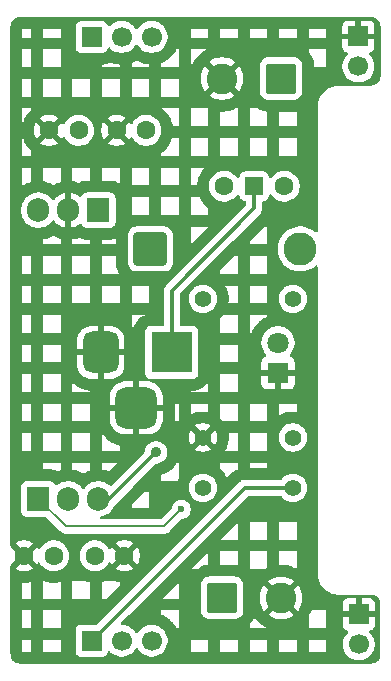
<source format=gbr>
%TF.GenerationSoftware,KiCad,Pcbnew,9.0.7*%
%TF.CreationDate,2026-02-03T13:24:39+02:00*%
%TF.ProjectId,Breadboard_Power_Supply,42726561-6462-46f6-9172-645f506f7765,rev?*%
%TF.SameCoordinates,Original*%
%TF.FileFunction,Copper,L2,Bot*%
%TF.FilePolarity,Positive*%
%FSLAX46Y46*%
G04 Gerber Fmt 4.6, Leading zero omitted, Abs format (unit mm)*
G04 Created by KiCad (PCBNEW 9.0.7) date 2026-02-03 13:24:39*
%MOMM*%
%LPD*%
G01*
G04 APERTURE LIST*
G04 Aperture macros list*
%AMRoundRect*
0 Rectangle with rounded corners*
0 $1 Rounding radius*
0 $2 $3 $4 $5 $6 $7 $8 $9 X,Y pos of 4 corners*
0 Add a 4 corners polygon primitive as box body*
4,1,4,$2,$3,$4,$5,$6,$7,$8,$9,$2,$3,0*
0 Add four circle primitives for the rounded corners*
1,1,$1+$1,$2,$3*
1,1,$1+$1,$4,$5*
1,1,$1+$1,$6,$7*
1,1,$1+$1,$8,$9*
0 Add four rect primitives between the rounded corners*
20,1,$1+$1,$2,$3,$4,$5,0*
20,1,$1+$1,$4,$5,$6,$7,0*
20,1,$1+$1,$6,$7,$8,$9,0*
20,1,$1+$1,$8,$9,$2,$3,0*%
G04 Aperture macros list end*
%TA.AperFunction,ComponentPad*%
%ADD10C,1.400000*%
%TD*%
%TA.AperFunction,ComponentPad*%
%ADD11RoundRect,0.250001X-1.149999X-1.149999X1.149999X-1.149999X1.149999X1.149999X-1.149999X1.149999X0*%
%TD*%
%TA.AperFunction,ComponentPad*%
%ADD12C,2.800000*%
%TD*%
%TA.AperFunction,ComponentPad*%
%ADD13C,1.600000*%
%TD*%
%TA.AperFunction,ComponentPad*%
%ADD14R,1.700000X1.700000*%
%TD*%
%TA.AperFunction,ComponentPad*%
%ADD15C,1.700000*%
%TD*%
%TA.AperFunction,ComponentPad*%
%ADD16R,1.500000X1.500000*%
%TD*%
%TA.AperFunction,ComponentPad*%
%ADD17R,1.905000X2.000000*%
%TD*%
%TA.AperFunction,ComponentPad*%
%ADD18O,1.905000X2.000000*%
%TD*%
%TA.AperFunction,ComponentPad*%
%ADD19R,3.500000X3.500000*%
%TD*%
%TA.AperFunction,ComponentPad*%
%ADD20RoundRect,0.750000X-0.750000X-1.000000X0.750000X-1.000000X0.750000X1.000000X-0.750000X1.000000X0*%
%TD*%
%TA.AperFunction,ComponentPad*%
%ADD21RoundRect,0.875000X-0.875000X-0.875000X0.875000X-0.875000X0.875000X0.875000X-0.875000X0.875000X0*%
%TD*%
%TA.AperFunction,ComponentPad*%
%ADD22RoundRect,0.250000X-1.050000X-1.050000X1.050000X-1.050000X1.050000X1.050000X-1.050000X1.050000X0*%
%TD*%
%TA.AperFunction,ComponentPad*%
%ADD23C,2.600000*%
%TD*%
%TA.AperFunction,ComponentPad*%
%ADD24R,1.800000X1.800000*%
%TD*%
%TA.AperFunction,ComponentPad*%
%ADD25C,1.800000*%
%TD*%
%TA.AperFunction,ComponentPad*%
%ADD26RoundRect,0.250000X1.050000X1.050000X-1.050000X1.050000X-1.050000X-1.050000X1.050000X-1.050000X0*%
%TD*%
%TA.AperFunction,ViaPad*%
%ADD27C,0.900000*%
%TD*%
%TA.AperFunction,ViaPad*%
%ADD28C,0.600000*%
%TD*%
%TA.AperFunction,Conductor*%
%ADD29C,0.350000*%
%TD*%
%TA.AperFunction,Conductor*%
%ADD30C,0.200000*%
%TD*%
G04 APERTURE END LIST*
D10*
%TO.P,R3,1*%
%TO.N,Net-(U2-ADJ)*%
X123890000Y-95250000D03*
%TO.P,R3,2*%
%TO.N,/3.3V*%
X131510000Y-95250000D03*
%TD*%
D11*
%TO.P,D1,1,K*%
%TO.N,/12V*%
X119430800Y-75031600D03*
D12*
%TO.P,D1,2,A*%
%TO.N,Net-(D1-A)*%
X132130800Y-75031600D03*
%TD*%
D13*
%TO.P,C2,1*%
%TO.N,/5V*%
X113360200Y-65000000D03*
%TO.P,C2,2*%
%TO.N,GND*%
X110860200Y-65000000D03*
%TD*%
%TO.P,C3,1*%
%TO.N,/3.3V*%
X111250000Y-101000000D03*
%TO.P,C3,2*%
%TO.N,GND*%
X108750000Y-101000000D03*
%TD*%
D14*
%TO.P,J7,1,Pin_1*%
%TO.N,/3.3V*%
X114475000Y-108200630D03*
D15*
%TO.P,J7,2,Pin_2*%
%TO.N,/PWR_OUTPUT*%
X117015000Y-108200630D03*
%TO.P,J7,3,Pin_3*%
%TO.N,/5V*%
X119555000Y-108200630D03*
%TD*%
D14*
%TO.P,J3,1,Pin_1*%
%TO.N,GND*%
X137055200Y-57043400D03*
D15*
%TO.P,J3,2,Pin_2*%
%TO.N,/PWR_OUTPUT*%
X137055200Y-59583400D03*
%TD*%
D13*
%TO.P,C4,1*%
%TO.N,/12V*%
X114750000Y-101000000D03*
%TO.P,C4,2*%
%TO.N,GND*%
X117250000Y-101000000D03*
%TD*%
D16*
%TO.P,SW1,1,B*%
%TO.N,/PWR_INPUT*%
X128250000Y-69723000D03*
D13*
%TO.P,SW1,2,C*%
%TO.N,unconnected-(SW1-C-Pad2)*%
X125710000Y-69723000D03*
%TO.P,SW1,3,A*%
%TO.N,Net-(D1-A)*%
X130790000Y-69723000D03*
%TD*%
D17*
%TO.P,U1,1,VI*%
%TO.N,/12V*%
X115040000Y-71750000D03*
D18*
%TO.P,U1,2,GND*%
%TO.N,GND*%
X112500000Y-71750000D03*
%TO.P,U1,3,VO*%
%TO.N,/5V*%
X109960000Y-71750000D03*
%TD*%
D19*
%TO.P,J1,1*%
%TO.N,/PWR_INPUT*%
X121250000Y-83792500D03*
D20*
%TO.P,J1,2*%
%TO.N,GND*%
X115250000Y-83792500D03*
D21*
%TO.P,J1,3*%
X118250000Y-88492500D03*
%TD*%
D13*
%TO.P,C1,1*%
%TO.N,/12V*%
X119080600Y-65000000D03*
%TO.P,C1,2*%
%TO.N,GND*%
X116580600Y-65000000D03*
%TD*%
D10*
%TO.P,R2,1*%
%TO.N,GND*%
X123890000Y-91000000D03*
%TO.P,R2,2*%
%TO.N,Net-(U2-ADJ)*%
X131510000Y-91000000D03*
%TD*%
D22*
%TO.P,J8,1,Pin_1*%
%TO.N,/PWR_OUTPUT*%
X125510000Y-104566500D03*
D23*
%TO.P,J8,2,Pin_2*%
%TO.N,GND*%
X130510000Y-104566500D03*
%TD*%
D14*
%TO.P,J4,1,Pin_1*%
%TO.N,GND*%
X137083800Y-105963800D03*
D15*
%TO.P,J4,2,Pin_2*%
%TO.N,/PWR_OUTPUT*%
X137083800Y-108503800D03*
%TD*%
D14*
%TO.P,J5,1,Pin_1*%
%TO.N,/3.3V*%
X114475000Y-57077500D03*
D15*
%TO.P,J5,2,Pin_2*%
%TO.N,/PWR_OUTPUT*%
X117015000Y-57077500D03*
%TO.P,J5,3,Pin_3*%
%TO.N,/5V*%
X119555000Y-57077500D03*
%TD*%
D17*
%TO.P,U2,1,ADJ*%
%TO.N,Net-(U2-ADJ)*%
X109960000Y-96195000D03*
D18*
%TO.P,U2,2,VO*%
%TO.N,/3.3V*%
X112500000Y-96195000D03*
%TO.P,U2,3,VI*%
%TO.N,/12V*%
X115040000Y-96195000D03*
%TD*%
D24*
%TO.P,D2,1,K*%
%TO.N,GND*%
X130250000Y-85520000D03*
D25*
%TO.P,D2,2,A*%
%TO.N,Net-(D2-A)*%
X130250000Y-82980000D03*
%TD*%
D10*
%TO.P,R1,1*%
%TO.N,Net-(D2-A)*%
X123890000Y-79250000D03*
%TO.P,R1,2*%
%TO.N,/12V*%
X131510000Y-79250000D03*
%TD*%
D26*
%TO.P,J6,1,Pin_1*%
%TO.N,/PWR_OUTPUT*%
X130510000Y-60604400D03*
D23*
%TO.P,J6,2,Pin_2*%
%TO.N,GND*%
X125510000Y-60604400D03*
%TD*%
D27*
%TO.N,/12V*%
X119913400Y-92252800D03*
D28*
%TO.N,Net-(U2-ADJ)*%
X122061200Y-97078800D03*
%TD*%
D29*
%TO.N,/12V*%
X119913400Y-92252800D02*
X115971200Y-96195000D01*
X115971200Y-96195000D02*
X115040000Y-96195000D01*
%TO.N,/3.3V*%
X131510000Y-95250000D02*
X127425630Y-95250000D01*
X127425630Y-95250000D02*
X114475000Y-108200630D01*
%TO.N,/PWR_INPUT*%
X128250000Y-71571800D02*
X128250000Y-69723000D01*
X121250000Y-83792500D02*
X121250000Y-78571800D01*
X121250000Y-78571800D02*
X128250000Y-71571800D01*
D30*
%TO.N,Net-(U2-ADJ)*%
X120613400Y-98526600D02*
X112291600Y-98526600D01*
X112291600Y-98526600D02*
X109960000Y-96195000D01*
X122061200Y-97078800D02*
X120613400Y-98526600D01*
%TD*%
%TA.AperFunction,Conductor*%
%TO.N,GND*%
G36*
X138064703Y-55389901D02*
G01*
X138124502Y-55389900D01*
X138136656Y-55390497D01*
X138145328Y-55391351D01*
X138274463Y-55404069D01*
X138298289Y-55408808D01*
X138424950Y-55447230D01*
X138447402Y-55456529D01*
X138564053Y-55518882D01*
X138564124Y-55518920D01*
X138584335Y-55532425D01*
X138686638Y-55616384D01*
X138703827Y-55633573D01*
X138785758Y-55733409D01*
X138787784Y-55735877D01*
X138801289Y-55756088D01*
X138863600Y-55872671D01*
X138863678Y-55872816D01*
X138872976Y-55895267D01*
X138900246Y-55985169D01*
X138911393Y-56021918D01*
X138916134Y-56045759D01*
X138928903Y-56175435D01*
X138929500Y-56187586D01*
X138929500Y-60327601D01*
X138929265Y-60331193D01*
X138929265Y-60397306D01*
X138928668Y-60409461D01*
X138915164Y-60546556D01*
X138910422Y-60570396D01*
X138872211Y-60696359D01*
X138862909Y-60718815D01*
X138800854Y-60834908D01*
X138787349Y-60855119D01*
X138703844Y-60956868D01*
X138686655Y-60974057D01*
X138584897Y-61057565D01*
X138564688Y-61071067D01*
X138493180Y-61109288D01*
X138448597Y-61133117D01*
X138426139Y-61142418D01*
X138300173Y-61180627D01*
X138276331Y-61185369D01*
X138138887Y-61198902D01*
X138126734Y-61199499D01*
X138075375Y-61199498D01*
X138067286Y-61199498D01*
X138067285Y-61199498D01*
X138058662Y-61199498D01*
X138058634Y-61199500D01*
X135465892Y-61199500D01*
X135400000Y-61199500D01*
X135281989Y-61199500D01*
X135281983Y-61199500D01*
X135281979Y-61199501D01*
X135047989Y-61230306D01*
X134820006Y-61291394D01*
X134601954Y-61381714D01*
X134601943Y-61381719D01*
X134397545Y-61499730D01*
X134210302Y-61643406D01*
X134210295Y-61643412D01*
X134043412Y-61810295D01*
X134043406Y-61810302D01*
X133899730Y-61997545D01*
X133781719Y-62201943D01*
X133781714Y-62201954D01*
X133691394Y-62420006D01*
X133630306Y-62647989D01*
X133599501Y-62881979D01*
X133599500Y-62881995D01*
X133599500Y-73513223D01*
X133579815Y-73580262D01*
X133527011Y-73626017D01*
X133457853Y-73635961D01*
X133394297Y-73606936D01*
X133387819Y-73600904D01*
X133386581Y-73599666D01*
X133386574Y-73599660D01*
X133188926Y-73448000D01*
X132973176Y-73323437D01*
X132973161Y-73323430D01*
X132743007Y-73228098D01*
X132614994Y-73193797D01*
X132502365Y-73163618D01*
X132502364Y-73163617D01*
X132502361Y-73163617D01*
X132255375Y-73131101D01*
X132255370Y-73131100D01*
X132255365Y-73131100D01*
X132006235Y-73131100D01*
X132006229Y-73131100D01*
X132006224Y-73131101D01*
X131759238Y-73163617D01*
X131518592Y-73228098D01*
X131288438Y-73323430D01*
X131288423Y-73323437D01*
X131072673Y-73448000D01*
X130875025Y-73599660D01*
X130875018Y-73599666D01*
X130698866Y-73775818D01*
X130698860Y-73775825D01*
X130547200Y-73973473D01*
X130422637Y-74189223D01*
X130422630Y-74189238D01*
X130327298Y-74419392D01*
X130262817Y-74660038D01*
X130230301Y-74907024D01*
X130230300Y-74907041D01*
X130230300Y-75156158D01*
X130230301Y-75156175D01*
X130262817Y-75403161D01*
X130327298Y-75643807D01*
X130422630Y-75873961D01*
X130422637Y-75873976D01*
X130547200Y-76089726D01*
X130698860Y-76287374D01*
X130698866Y-76287381D01*
X130875018Y-76463533D01*
X130875025Y-76463539D01*
X131072673Y-76615199D01*
X131288423Y-76739762D01*
X131288438Y-76739769D01*
X131387625Y-76780853D01*
X131518593Y-76835102D01*
X131759235Y-76899582D01*
X132006235Y-76932100D01*
X132006242Y-76932100D01*
X132255358Y-76932100D01*
X132255365Y-76932100D01*
X132502365Y-76899582D01*
X132743007Y-76835102D01*
X132973173Y-76739764D01*
X133188927Y-76615199D01*
X133386576Y-76463538D01*
X133387195Y-76462919D01*
X133387819Y-76462296D01*
X133388279Y-76462044D01*
X133389629Y-76460861D01*
X133389893Y-76461163D01*
X133449142Y-76428811D01*
X133518834Y-76433795D01*
X133574767Y-76475667D01*
X133599184Y-76541131D01*
X133599500Y-76549977D01*
X133599500Y-102618004D01*
X133599501Y-102618020D01*
X133630306Y-102852010D01*
X133691394Y-103079993D01*
X133781714Y-103298045D01*
X133781719Y-103298056D01*
X133835502Y-103391209D01*
X133899727Y-103502450D01*
X133899729Y-103502453D01*
X133899730Y-103502454D01*
X134043406Y-103689697D01*
X134043412Y-103689704D01*
X134210295Y-103856587D01*
X134210301Y-103856592D01*
X134397550Y-104000273D01*
X134528918Y-104076118D01*
X134601943Y-104118280D01*
X134601948Y-104118282D01*
X134601951Y-104118284D01*
X134820007Y-104208606D01*
X135047986Y-104269693D01*
X135281989Y-104300500D01*
X135334108Y-104300500D01*
X138048636Y-104300500D01*
X138048664Y-104300501D01*
X138057284Y-104300500D01*
X138057288Y-104300502D01*
X138117092Y-104300500D01*
X138129242Y-104301096D01*
X138266340Y-104314596D01*
X138290181Y-104319338D01*
X138416153Y-104357549D01*
X138438603Y-104366846D01*
X138554715Y-104428907D01*
X138574917Y-104442406D01*
X138676681Y-104525919D01*
X138693865Y-104543101D01*
X138777383Y-104644866D01*
X138790883Y-104665069D01*
X138852945Y-104781177D01*
X138862242Y-104803623D01*
X138882896Y-104871706D01*
X138900457Y-104929597D01*
X138905199Y-104953437D01*
X138918670Y-105090202D01*
X138919267Y-105102357D01*
X138919267Y-105168840D01*
X138919500Y-105172393D01*
X138919500Y-109343907D01*
X138918903Y-109356061D01*
X138905527Y-109491868D01*
X138900785Y-109515709D01*
X138862947Y-109640444D01*
X138853644Y-109662903D01*
X138792202Y-109777852D01*
X138778697Y-109798063D01*
X138696008Y-109898820D01*
X138678820Y-109916008D01*
X138578063Y-109998697D01*
X138557852Y-110012202D01*
X138442903Y-110073644D01*
X138420444Y-110082947D01*
X138295709Y-110120785D01*
X138271868Y-110125527D01*
X138136061Y-110138903D01*
X138123907Y-110139500D01*
X108403693Y-110139500D01*
X108391539Y-110138903D01*
X108254249Y-110125381D01*
X108230407Y-110120638D01*
X108104246Y-110082367D01*
X108081791Y-110073066D01*
X108010076Y-110034734D01*
X107965526Y-110010921D01*
X107945316Y-109997417D01*
X107843406Y-109913783D01*
X107826216Y-109896593D01*
X107742582Y-109794683D01*
X107729078Y-109774473D01*
X107666931Y-109658204D01*
X107657632Y-109635753D01*
X107619361Y-109509592D01*
X107614619Y-109485755D01*
X107603554Y-109373416D01*
X107601097Y-109348460D01*
X107600500Y-109336307D01*
X107600500Y-109141500D01*
X108598500Y-109141500D01*
X109350500Y-109141500D01*
X110348500Y-109141500D01*
X111850500Y-109141500D01*
X111850500Y-108137900D01*
X110348500Y-108137900D01*
X110348500Y-109141500D01*
X109350500Y-109141500D01*
X109350500Y-108137900D01*
X108598500Y-108137900D01*
X108598500Y-109141500D01*
X107600500Y-109141500D01*
X107600500Y-107302765D01*
X113124500Y-107302765D01*
X113124500Y-109098500D01*
X113124501Y-109098506D01*
X113130908Y-109158113D01*
X113181202Y-109292958D01*
X113181206Y-109292965D01*
X113267452Y-109408174D01*
X113267455Y-109408177D01*
X113382664Y-109494423D01*
X113382671Y-109494427D01*
X113517517Y-109544721D01*
X113517516Y-109544721D01*
X113524444Y-109545465D01*
X113577127Y-109551130D01*
X115372872Y-109551129D01*
X115432483Y-109544721D01*
X115567331Y-109494426D01*
X115682546Y-109408176D01*
X115768796Y-109292961D01*
X115817810Y-109161546D01*
X115859681Y-109105614D01*
X115925145Y-109081196D01*
X115993418Y-109096047D01*
X116021673Y-109117199D01*
X116135213Y-109230739D01*
X116307179Y-109355678D01*
X116307181Y-109355679D01*
X116307184Y-109355681D01*
X116496588Y-109452187D01*
X116698757Y-109517876D01*
X116908713Y-109551130D01*
X116908714Y-109551130D01*
X117121286Y-109551130D01*
X117121287Y-109551130D01*
X117331243Y-109517876D01*
X117533412Y-109452187D01*
X117722816Y-109355681D01*
X117809138Y-109292965D01*
X117894786Y-109230739D01*
X117894788Y-109230736D01*
X117894792Y-109230734D01*
X118045104Y-109080422D01*
X118045106Y-109080418D01*
X118045109Y-109080416D01*
X118170048Y-108908450D01*
X118170047Y-108908450D01*
X118170051Y-108908446D01*
X118174514Y-108899684D01*
X118222488Y-108848889D01*
X118290308Y-108832093D01*
X118356444Y-108854629D01*
X118395486Y-108899686D01*
X118399951Y-108908450D01*
X118524890Y-109080416D01*
X118675213Y-109230739D01*
X118847179Y-109355678D01*
X118847181Y-109355679D01*
X118847184Y-109355681D01*
X119036588Y-109452187D01*
X119238757Y-109517876D01*
X119448713Y-109551130D01*
X119448714Y-109551130D01*
X119661286Y-109551130D01*
X119661287Y-109551130D01*
X119871243Y-109517876D01*
X120073412Y-109452187D01*
X120262816Y-109355681D01*
X120349138Y-109292965D01*
X120434786Y-109230739D01*
X120434788Y-109230736D01*
X120434792Y-109230734D01*
X120524026Y-109141500D01*
X122848500Y-109141500D01*
X124350500Y-109141500D01*
X125348500Y-109141500D01*
X126850500Y-109141500D01*
X127848500Y-109141500D01*
X129350500Y-109141500D01*
X130348500Y-109141500D01*
X131850500Y-109141500D01*
X132848500Y-109141500D01*
X134350500Y-109141500D01*
X134350500Y-108397513D01*
X135733300Y-108397513D01*
X135733300Y-108610087D01*
X135766554Y-108820043D01*
X135795279Y-108908450D01*
X135832244Y-109022214D01*
X135928751Y-109211620D01*
X136053690Y-109383586D01*
X136204013Y-109533909D01*
X136375979Y-109658848D01*
X136375981Y-109658849D01*
X136375984Y-109658851D01*
X136565388Y-109755357D01*
X136767557Y-109821046D01*
X136977513Y-109854300D01*
X136977514Y-109854300D01*
X137190086Y-109854300D01*
X137190087Y-109854300D01*
X137400043Y-109821046D01*
X137602212Y-109755357D01*
X137791616Y-109658851D01*
X137823408Y-109635753D01*
X137963586Y-109533909D01*
X137963588Y-109533906D01*
X137963592Y-109533904D01*
X138113904Y-109383592D01*
X138113906Y-109383588D01*
X138113909Y-109383586D01*
X138238848Y-109211620D01*
X138238847Y-109211620D01*
X138238851Y-109211616D01*
X138335357Y-109022212D01*
X138401046Y-108820043D01*
X138434300Y-108610087D01*
X138434300Y-108397513D01*
X138401046Y-108187557D01*
X138335357Y-107985388D01*
X138238851Y-107795984D01*
X138238849Y-107795981D01*
X138238848Y-107795979D01*
X138113909Y-107624013D01*
X137999981Y-107510085D01*
X137966496Y-107448762D01*
X137971480Y-107379070D01*
X138013352Y-107323137D01*
X138044329Y-107306222D01*
X138175886Y-107257154D01*
X138175893Y-107257150D01*
X138290987Y-107170990D01*
X138290990Y-107170987D01*
X138377150Y-107055893D01*
X138377154Y-107055886D01*
X138427396Y-106921179D01*
X138427398Y-106921172D01*
X138433799Y-106861644D01*
X138433800Y-106861627D01*
X138433800Y-106213800D01*
X137516812Y-106213800D01*
X137549725Y-106156793D01*
X137583800Y-106029626D01*
X137583800Y-105897974D01*
X137549725Y-105770807D01*
X137516812Y-105713800D01*
X138433800Y-105713800D01*
X138433800Y-105065972D01*
X138433799Y-105065955D01*
X138427398Y-105006427D01*
X138427396Y-105006420D01*
X138377154Y-104871713D01*
X138377150Y-104871706D01*
X138290990Y-104756612D01*
X138290987Y-104756609D01*
X138175893Y-104670449D01*
X138175886Y-104670445D01*
X138041179Y-104620203D01*
X138041172Y-104620201D01*
X137981644Y-104613800D01*
X137333800Y-104613800D01*
X137333800Y-105530788D01*
X137276793Y-105497875D01*
X137149626Y-105463800D01*
X137017974Y-105463800D01*
X136890807Y-105497875D01*
X136833800Y-105530788D01*
X136833800Y-104613800D01*
X136185955Y-104613800D01*
X136126427Y-104620201D01*
X136126420Y-104620203D01*
X135991713Y-104670445D01*
X135991706Y-104670449D01*
X135876612Y-104756609D01*
X135876609Y-104756612D01*
X135790449Y-104871706D01*
X135790445Y-104871713D01*
X135740203Y-105006420D01*
X135740201Y-105006427D01*
X135733800Y-105065955D01*
X135733800Y-105713800D01*
X136650788Y-105713800D01*
X136617875Y-105770807D01*
X136583800Y-105897974D01*
X136583800Y-106029626D01*
X136617875Y-106156793D01*
X136650788Y-106213800D01*
X135733800Y-106213800D01*
X135733800Y-106861644D01*
X135740201Y-106921172D01*
X135740203Y-106921179D01*
X135790445Y-107055886D01*
X135790449Y-107055893D01*
X135876609Y-107170987D01*
X135876612Y-107170990D01*
X135991706Y-107257150D01*
X135991713Y-107257154D01*
X136123270Y-107306222D01*
X136179204Y-107348093D01*
X136203621Y-107413558D01*
X136188769Y-107481831D01*
X136167619Y-107510085D01*
X136053689Y-107624015D01*
X135928751Y-107795979D01*
X135832244Y-107985385D01*
X135766553Y-108187560D01*
X135747649Y-108306916D01*
X135733300Y-108397513D01*
X134350500Y-108397513D01*
X134350500Y-108137900D01*
X132848500Y-108137900D01*
X132848500Y-109141500D01*
X131850500Y-109141500D01*
X131850500Y-108137900D01*
X130348500Y-108137900D01*
X130348500Y-109141500D01*
X129350500Y-109141500D01*
X129350500Y-108137900D01*
X127848500Y-108137900D01*
X127848500Y-109141500D01*
X126850500Y-109141500D01*
X126850500Y-108137900D01*
X125348500Y-108137900D01*
X125348500Y-109141500D01*
X124350500Y-109141500D01*
X124350500Y-108137900D01*
X122848500Y-108137900D01*
X122848500Y-109141500D01*
X120524026Y-109141500D01*
X120585104Y-109080422D01*
X120585106Y-109080418D01*
X120585109Y-109080416D01*
X120710048Y-108908450D01*
X120710047Y-108908450D01*
X120710051Y-108908446D01*
X120806557Y-108719042D01*
X120872246Y-108516873D01*
X120905500Y-108306917D01*
X120905500Y-108094343D01*
X120872246Y-107884387D01*
X120806557Y-107682218D01*
X120710051Y-107492814D01*
X120710049Y-107492811D01*
X120710048Y-107492809D01*
X120585109Y-107320843D01*
X120434786Y-107170520D01*
X120262820Y-107045581D01*
X120073414Y-106949074D01*
X120073413Y-106949073D01*
X120073412Y-106949073D01*
X119871243Y-106883384D01*
X119871241Y-106883383D01*
X119871240Y-106883383D01*
X119709957Y-106857838D01*
X119661287Y-106850130D01*
X119448713Y-106850130D01*
X119400042Y-106857838D01*
X119238760Y-106883383D01*
X119164724Y-106907439D01*
X119122437Y-106921179D01*
X119036585Y-106949074D01*
X118847179Y-107045581D01*
X118675213Y-107170520D01*
X118524890Y-107320843D01*
X118399949Y-107492812D01*
X118395484Y-107501576D01*
X118347509Y-107552372D01*
X118279688Y-107569166D01*
X118213553Y-107546628D01*
X118174516Y-107501576D01*
X118170050Y-107492812D01*
X118045109Y-107320843D01*
X117894786Y-107170520D01*
X117722820Y-107045581D01*
X117533414Y-106949074D01*
X117533413Y-106949073D01*
X117533412Y-106949073D01*
X117331243Y-106883384D01*
X117331241Y-106883383D01*
X117331240Y-106883383D01*
X117169957Y-106857838D01*
X117121287Y-106850130D01*
X117080162Y-106850130D01*
X117013123Y-106830445D01*
X116967368Y-106777641D01*
X116957424Y-106708483D01*
X116986449Y-106644927D01*
X116992481Y-106638449D01*
X117641835Y-105989095D01*
X120348500Y-105989095D01*
X120400441Y-106005972D01*
X120405037Y-106007566D01*
X120432647Y-106017751D01*
X120437175Y-106019523D01*
X120473392Y-106034521D01*
X120477861Y-106036476D01*
X120504636Y-106048819D01*
X120509019Y-106050944D01*
X120733361Y-106165252D01*
X120737654Y-106167547D01*
X120763350Y-106181937D01*
X120767550Y-106184399D01*
X120800973Y-106204880D01*
X120805073Y-106207504D01*
X120829568Y-106223870D01*
X120833565Y-106226656D01*
X121037269Y-106374655D01*
X121041157Y-106377598D01*
X121064316Y-106395857D01*
X121068081Y-106398947D01*
X121097888Y-106424408D01*
X121101527Y-106427642D01*
X121123132Y-106447616D01*
X121126636Y-106450986D01*
X121304644Y-106628994D01*
X121308014Y-106632498D01*
X121327988Y-106654103D01*
X121331222Y-106657742D01*
X121356683Y-106687549D01*
X121359773Y-106691314D01*
X121378032Y-106714473D01*
X121380975Y-106718361D01*
X121528974Y-106922065D01*
X121531760Y-106926062D01*
X121548126Y-106950557D01*
X121550750Y-106954657D01*
X121571231Y-106988080D01*
X121573693Y-106992280D01*
X121588083Y-107017976D01*
X121590378Y-107022269D01*
X121650314Y-107139900D01*
X121850500Y-107139900D01*
X121850500Y-106800752D01*
X127848500Y-106800752D01*
X127848500Y-107139900D01*
X129350500Y-107139900D01*
X129350500Y-107114752D01*
X129315169Y-107100118D01*
X129311447Y-107098505D01*
X129289091Y-107088376D01*
X129285422Y-107086640D01*
X129256124Y-107072192D01*
X129252517Y-107070340D01*
X129230864Y-107058767D01*
X129227313Y-107056794D01*
X128994683Y-106922483D01*
X128991202Y-106920396D01*
X128970366Y-106907439D01*
X128966960Y-106905243D01*
X128939801Y-106887097D01*
X128936463Y-106884787D01*
X128916504Y-106870485D01*
X128913243Y-106868067D01*
X128645645Y-106662731D01*
X128611774Y-106622808D01*
X128556709Y-106519789D01*
X128453692Y-106464726D01*
X128413768Y-106430854D01*
X128217083Y-106174530D01*
X128183023Y-106277318D01*
X128180556Y-106284096D01*
X128164446Y-106324647D01*
X128161591Y-106331266D01*
X128137044Y-106383912D01*
X128133806Y-106390360D01*
X128113088Y-106428785D01*
X128109481Y-106435032D01*
X127986879Y-106633803D01*
X127982913Y-106639833D01*
X127957872Y-106675593D01*
X127953566Y-106681377D01*
X127917536Y-106726944D01*
X127912898Y-106732471D01*
X127883887Y-106765069D01*
X127878939Y-106770313D01*
X127848500Y-106800752D01*
X121850500Y-106800752D01*
X121850500Y-105637900D01*
X120348500Y-105637900D01*
X120348500Y-105989095D01*
X117641835Y-105989095D01*
X118991030Y-104639900D01*
X120402413Y-104639900D01*
X121850500Y-104639900D01*
X121850500Y-103466483D01*
X123709500Y-103466483D01*
X123709500Y-105666501D01*
X123709501Y-105666518D01*
X123720000Y-105769296D01*
X123720001Y-105769299D01*
X123738122Y-105823983D01*
X123775186Y-105935834D01*
X123867288Y-106085156D01*
X123991344Y-106209212D01*
X124140666Y-106301314D01*
X124307203Y-106356499D01*
X124409991Y-106367000D01*
X126610008Y-106366999D01*
X126712797Y-106356499D01*
X126879334Y-106301314D01*
X127028656Y-106209212D01*
X127152712Y-106085156D01*
X127244814Y-105935834D01*
X127299999Y-105769297D01*
X127310500Y-105666509D01*
X127310499Y-104448514D01*
X128710000Y-104448514D01*
X128710000Y-104684485D01*
X128740799Y-104918414D01*
X128801870Y-105146337D01*
X128892160Y-105364319D01*
X128892165Y-105364328D01*
X129010144Y-105568671D01*
X129010145Y-105568672D01*
X129072721Y-105650223D01*
X129908958Y-104813987D01*
X129933978Y-104874390D01*
X130005112Y-104980851D01*
X130095649Y-105071388D01*
X130202110Y-105142522D01*
X130262511Y-105167541D01*
X129426275Y-106003777D01*
X129507827Y-106066354D01*
X129507828Y-106066355D01*
X129712171Y-106184334D01*
X129712180Y-106184339D01*
X129930163Y-106274629D01*
X129930161Y-106274629D01*
X130158085Y-106335700D01*
X130392014Y-106366499D01*
X130392029Y-106366500D01*
X130627971Y-106366500D01*
X130627985Y-106366499D01*
X130861914Y-106335700D01*
X131089837Y-106274629D01*
X131307819Y-106184339D01*
X131307828Y-106184334D01*
X131436747Y-106109902D01*
X132848500Y-106109902D01*
X132848500Y-107139900D01*
X134350500Y-107139900D01*
X134350500Y-105637900D01*
X133094744Y-105637900D01*
X133043618Y-105761331D01*
X133042005Y-105765053D01*
X133031876Y-105787409D01*
X133030140Y-105791078D01*
X133015692Y-105820376D01*
X133013840Y-105823983D01*
X133002267Y-105845636D01*
X133000294Y-105849187D01*
X132865989Y-106081806D01*
X132863907Y-106085280D01*
X132850965Y-106106095D01*
X132848769Y-106109500D01*
X132848500Y-106109902D01*
X131436747Y-106109902D01*
X131512181Y-106066350D01*
X131593723Y-106003779D01*
X131593723Y-106003776D01*
X130757487Y-105167541D01*
X130817890Y-105142522D01*
X130924351Y-105071388D01*
X131014888Y-104980851D01*
X131086022Y-104874390D01*
X131111041Y-104813987D01*
X131947276Y-105650223D01*
X131947279Y-105650223D01*
X132009850Y-105568681D01*
X132127834Y-105364328D01*
X132127839Y-105364319D01*
X132218129Y-105146337D01*
X132279200Y-104918414D01*
X132309999Y-104684485D01*
X132310000Y-104684471D01*
X132310000Y-104448528D01*
X132309999Y-104448514D01*
X132279200Y-104214585D01*
X132218129Y-103986662D01*
X132127839Y-103768680D01*
X132127834Y-103768671D01*
X132009855Y-103564328D01*
X132009854Y-103564327D01*
X131947277Y-103482775D01*
X131111041Y-104319011D01*
X131086022Y-104258610D01*
X131014888Y-104152149D01*
X130924351Y-104061612D01*
X130817890Y-103990478D01*
X130757488Y-103965458D01*
X131593723Y-103129221D01*
X131512172Y-103066645D01*
X131512171Y-103066644D01*
X131307828Y-102948665D01*
X131307819Y-102948660D01*
X131089836Y-102858370D01*
X131089838Y-102858370D01*
X130861914Y-102797299D01*
X130627985Y-102766500D01*
X130392014Y-102766500D01*
X130158085Y-102797299D01*
X129930162Y-102858370D01*
X129712180Y-102948660D01*
X129712171Y-102948665D01*
X129507828Y-103066644D01*
X129507818Y-103066650D01*
X129426275Y-103129220D01*
X129426275Y-103129221D01*
X130262512Y-103965458D01*
X130202110Y-103990478D01*
X130095649Y-104061612D01*
X130005112Y-104152149D01*
X129933978Y-104258610D01*
X129908958Y-104319012D01*
X129072721Y-103482775D01*
X129072720Y-103482775D01*
X129010150Y-103564318D01*
X129010144Y-103564328D01*
X128892165Y-103768671D01*
X128892160Y-103768680D01*
X128801870Y-103986662D01*
X128740799Y-104214585D01*
X128710000Y-104448514D01*
X127310499Y-104448514D01*
X127310499Y-103466492D01*
X127299999Y-103363703D01*
X127244814Y-103197166D01*
X127152712Y-103047844D01*
X127028656Y-102923788D01*
X126879334Y-102831686D01*
X126712797Y-102776501D01*
X126712795Y-102776500D01*
X126610010Y-102766000D01*
X124409998Y-102766000D01*
X124409981Y-102766001D01*
X124307203Y-102776500D01*
X124307200Y-102776501D01*
X124140668Y-102831685D01*
X124140663Y-102831687D01*
X123991342Y-102923789D01*
X123867289Y-103047842D01*
X123775187Y-103197163D01*
X123775185Y-103197168D01*
X123763029Y-103233853D01*
X123720001Y-103363703D01*
X123720001Y-103363704D01*
X123720000Y-103363704D01*
X123709500Y-103466483D01*
X121850500Y-103466483D01*
X121850500Y-103191813D01*
X120402413Y-104639900D01*
X118991030Y-104639900D01*
X121491031Y-102139900D01*
X122902413Y-102139900D01*
X123373666Y-102139900D01*
X127848500Y-102139900D01*
X129116993Y-102139900D01*
X129227313Y-102076206D01*
X129230864Y-102074233D01*
X129252517Y-102062660D01*
X129256124Y-102060808D01*
X129285422Y-102046360D01*
X129289091Y-102044624D01*
X129311447Y-102034495D01*
X129315168Y-102032882D01*
X129350500Y-102018246D01*
X129350500Y-101769323D01*
X130348500Y-101769323D01*
X130371634Y-101768566D01*
X130375691Y-101768500D01*
X130644309Y-101768500D01*
X130648366Y-101768566D01*
X130672897Y-101769369D01*
X130676948Y-101769568D01*
X130709544Y-101771704D01*
X130713594Y-101772036D01*
X130738025Y-101774443D01*
X130742053Y-101774907D01*
X131008378Y-101809970D01*
X131012393Y-101810566D01*
X131036612Y-101814565D01*
X131040600Y-101815290D01*
X131072637Y-101821662D01*
X131076605Y-101822519D01*
X131100507Y-101828092D01*
X131104444Y-101829078D01*
X131363902Y-101898600D01*
X131367801Y-101899714D01*
X131391274Y-101906834D01*
X131395135Y-101908074D01*
X131426065Y-101918572D01*
X131429887Y-101919940D01*
X131452874Y-101928591D01*
X131456650Y-101930083D01*
X131704831Y-102032882D01*
X131708553Y-102034495D01*
X131730909Y-102044624D01*
X131734578Y-102046360D01*
X131763876Y-102060808D01*
X131767483Y-102062660D01*
X131789136Y-102074233D01*
X131792687Y-102076206D01*
X131850500Y-102109584D01*
X131850500Y-100637900D01*
X130348500Y-100637900D01*
X130348500Y-101769323D01*
X129350500Y-101769323D01*
X129350500Y-100637900D01*
X127848500Y-100637900D01*
X127848500Y-102139900D01*
X123373666Y-102139900D01*
X123395123Y-102122934D01*
X123400907Y-102118628D01*
X123436667Y-102093587D01*
X123442697Y-102089621D01*
X123641468Y-101967019D01*
X123647715Y-101963412D01*
X123686140Y-101942694D01*
X123692587Y-101939456D01*
X123745232Y-101914909D01*
X123751854Y-101912053D01*
X123792404Y-101895944D01*
X123799180Y-101893478D01*
X124019137Y-101820591D01*
X124025614Y-101818639D01*
X124065116Y-101807901D01*
X124071691Y-101806305D01*
X124124945Y-101794907D01*
X124131589Y-101793673D01*
X124171994Y-101787304D01*
X124178701Y-101786434D01*
X124321213Y-101771876D01*
X124324361Y-101771595D01*
X124343405Y-101770139D01*
X124346551Y-101769938D01*
X124350500Y-101769736D01*
X124350500Y-101768000D01*
X125348500Y-101768000D01*
X126622704Y-101768000D01*
X126625856Y-101768040D01*
X126644927Y-101768525D01*
X126648082Y-101768645D01*
X126673452Y-101769937D01*
X126676602Y-101770138D01*
X126695651Y-101771595D01*
X126698796Y-101771876D01*
X126841319Y-101786436D01*
X126848028Y-101787307D01*
X126850500Y-101787696D01*
X126850500Y-100637900D01*
X125348500Y-100637900D01*
X125348500Y-101768000D01*
X124350500Y-101768000D01*
X124350500Y-100691813D01*
X122902413Y-102139900D01*
X121491031Y-102139900D01*
X122258190Y-101372741D01*
X123991031Y-99639900D01*
X125402414Y-99639900D01*
X126850500Y-99639900D01*
X127848500Y-99639900D01*
X129350500Y-99639900D01*
X130348500Y-99639900D01*
X131850500Y-99639900D01*
X131850500Y-98137900D01*
X130348500Y-98137900D01*
X130348500Y-99639900D01*
X129350500Y-99639900D01*
X129350500Y-98137900D01*
X127848500Y-98137900D01*
X127848500Y-99639900D01*
X126850500Y-99639900D01*
X126850500Y-98191814D01*
X125402414Y-99639900D01*
X123991031Y-99639900D01*
X127669112Y-95961819D01*
X127730435Y-95928334D01*
X127756793Y-95925500D01*
X130453699Y-95925500D01*
X130520738Y-95945185D01*
X130554015Y-95976612D01*
X130594310Y-96032073D01*
X130727927Y-96165690D01*
X130880801Y-96276760D01*
X130960347Y-96317290D01*
X131049163Y-96362545D01*
X131049165Y-96362545D01*
X131049168Y-96362547D01*
X131145497Y-96393846D01*
X131228881Y-96420940D01*
X131415514Y-96450500D01*
X131415519Y-96450500D01*
X131604486Y-96450500D01*
X131791118Y-96420940D01*
X131970832Y-96362547D01*
X132139199Y-96276760D01*
X132292073Y-96165690D01*
X132425690Y-96032073D01*
X132536760Y-95879199D01*
X132622547Y-95710832D01*
X132680940Y-95531118D01*
X132695450Y-95439507D01*
X132710500Y-95344486D01*
X132710500Y-95155513D01*
X132680940Y-94968881D01*
X132638236Y-94837454D01*
X132622547Y-94789168D01*
X132622545Y-94789165D01*
X132622545Y-94789163D01*
X132574311Y-94694500D01*
X132536760Y-94620801D01*
X132425690Y-94467927D01*
X132292073Y-94334310D01*
X132139199Y-94223240D01*
X132062940Y-94184384D01*
X131970836Y-94137454D01*
X131791118Y-94079059D01*
X131604486Y-94049500D01*
X131604481Y-94049500D01*
X131415519Y-94049500D01*
X131415514Y-94049500D01*
X131228881Y-94079059D01*
X131049163Y-94137454D01*
X130880800Y-94223240D01*
X130793579Y-94286610D01*
X130727927Y-94334310D01*
X130727925Y-94334312D01*
X130727924Y-94334312D01*
X130594312Y-94467924D01*
X130594312Y-94467925D01*
X130594310Y-94467927D01*
X130554017Y-94523386D01*
X130498687Y-94566051D01*
X130453699Y-94574500D01*
X127359094Y-94574500D01*
X127228601Y-94600456D01*
X127228597Y-94600458D01*
X127228595Y-94600458D01*
X127228594Y-94600459D01*
X127185130Y-94618462D01*
X127141664Y-94636466D01*
X127141663Y-94636465D01*
X127105664Y-94651378D01*
X126995021Y-94725306D01*
X114906516Y-106813811D01*
X114845193Y-106847296D01*
X114818835Y-106850130D01*
X113577129Y-106850130D01*
X113577123Y-106850131D01*
X113517516Y-106856538D01*
X113382671Y-106906832D01*
X113382664Y-106906836D01*
X113267455Y-106993082D01*
X113267452Y-106993085D01*
X113181206Y-107108294D01*
X113181202Y-107108301D01*
X113130908Y-107243147D01*
X113124501Y-107302746D01*
X113124500Y-107302765D01*
X107600500Y-107302765D01*
X107600500Y-107139900D01*
X108598500Y-107139900D01*
X109350500Y-107139900D01*
X110348500Y-107139900D01*
X111850500Y-107139900D01*
X111850500Y-105637900D01*
X110348500Y-105637900D01*
X110348500Y-107139900D01*
X109350500Y-107139900D01*
X109350500Y-105637900D01*
X108598500Y-105637900D01*
X108598500Y-107139900D01*
X107600500Y-107139900D01*
X107600500Y-103296933D01*
X108598500Y-103296933D01*
X108598500Y-104639900D01*
X109350500Y-104639900D01*
X110348500Y-104639900D01*
X111850500Y-104639900D01*
X112848500Y-104639900D01*
X114350500Y-104639900D01*
X114350500Y-103263875D01*
X114269999Y-103251125D01*
X114265211Y-103250270D01*
X114236348Y-103244530D01*
X114231597Y-103243488D01*
X114193478Y-103234340D01*
X114188759Y-103233109D01*
X114160380Y-103225106D01*
X114155717Y-103223692D01*
X114151498Y-103222321D01*
X115348500Y-103222321D01*
X115348500Y-104639900D01*
X115669042Y-104639900D01*
X116850500Y-103458442D01*
X116850500Y-103263369D01*
X116770115Y-103250638D01*
X116765326Y-103249783D01*
X116736464Y-103244043D01*
X116731714Y-103243001D01*
X116693595Y-103233853D01*
X116688876Y-103232622D01*
X116660497Y-103224619D01*
X116655834Y-103223205D01*
X116423942Y-103147857D01*
X116419348Y-103146264D01*
X116396673Y-103137900D01*
X115604774Y-103137900D01*
X115580844Y-103146727D01*
X115576250Y-103148320D01*
X115348500Y-103222321D01*
X114151498Y-103222321D01*
X113923750Y-103148320D01*
X113919156Y-103146727D01*
X113895226Y-103137900D01*
X112848500Y-103137900D01*
X112848500Y-104639900D01*
X111850500Y-104639900D01*
X111850500Y-103221671D01*
X111844283Y-103223692D01*
X111839620Y-103225106D01*
X111811241Y-103233109D01*
X111806522Y-103234340D01*
X111768403Y-103243488D01*
X111763652Y-103244530D01*
X111734789Y-103250270D01*
X111730001Y-103251125D01*
X111489125Y-103289277D01*
X111484301Y-103289945D01*
X111455067Y-103293405D01*
X111450230Y-103293881D01*
X111411151Y-103296959D01*
X111406286Y-103297246D01*
X111376834Y-103298404D01*
X111371962Y-103298500D01*
X111128038Y-103298500D01*
X111123166Y-103298404D01*
X111093714Y-103297246D01*
X111088849Y-103296959D01*
X111049770Y-103293881D01*
X111044933Y-103293405D01*
X111015699Y-103289945D01*
X111010875Y-103289277D01*
X110769999Y-103251125D01*
X110765211Y-103250270D01*
X110736348Y-103244530D01*
X110731597Y-103243488D01*
X110693478Y-103234340D01*
X110688759Y-103233109D01*
X110660380Y-103225106D01*
X110655717Y-103223692D01*
X110423750Y-103148320D01*
X110419156Y-103146727D01*
X110395226Y-103137900D01*
X110348500Y-103137900D01*
X110348500Y-104639900D01*
X109350500Y-104639900D01*
X109350500Y-103221146D01*
X109344166Y-103223205D01*
X109339503Y-103224619D01*
X109311124Y-103232622D01*
X109306405Y-103233853D01*
X109268286Y-103243001D01*
X109263536Y-103244043D01*
X109234674Y-103249783D01*
X109229885Y-103250638D01*
X108989067Y-103288781D01*
X108984237Y-103289449D01*
X108954964Y-103292912D01*
X108950120Y-103293389D01*
X108911040Y-103296463D01*
X108906181Y-103296750D01*
X108876767Y-103297905D01*
X108871902Y-103298000D01*
X108628098Y-103298000D01*
X108623233Y-103297905D01*
X108598500Y-103296933D01*
X107600500Y-103296933D01*
X107600500Y-101847309D01*
X107620185Y-101780270D01*
X107636819Y-101759628D01*
X108350000Y-101046447D01*
X108350000Y-101052661D01*
X108377259Y-101154394D01*
X108429920Y-101245606D01*
X108504394Y-101320080D01*
X108595606Y-101372741D01*
X108697339Y-101400000D01*
X108703553Y-101400000D01*
X108024076Y-102079474D01*
X108068650Y-102111859D01*
X108250968Y-102204755D01*
X108445582Y-102267990D01*
X108647683Y-102300000D01*
X108852317Y-102300000D01*
X109054417Y-102267990D01*
X109249031Y-102204755D01*
X109431349Y-102111859D01*
X109475921Y-102079474D01*
X108796447Y-101400000D01*
X108802661Y-101400000D01*
X108904394Y-101372741D01*
X108995606Y-101320080D01*
X109070080Y-101245606D01*
X109122741Y-101154394D01*
X109150000Y-101052661D01*
X109150000Y-101046447D01*
X109829474Y-101725921D01*
X109861859Y-101681349D01*
X109889233Y-101627624D01*
X109937207Y-101576827D01*
X110005028Y-101560031D01*
X110071163Y-101582567D01*
X110110203Y-101627621D01*
X110137713Y-101681611D01*
X110258028Y-101847213D01*
X110402786Y-101991971D01*
X110542651Y-102093587D01*
X110568390Y-102112287D01*
X110684607Y-102171503D01*
X110750776Y-102205218D01*
X110750778Y-102205218D01*
X110750781Y-102205220D01*
X110855137Y-102239127D01*
X110945465Y-102268477D01*
X111046557Y-102284488D01*
X111147648Y-102300500D01*
X111147649Y-102300500D01*
X111352351Y-102300500D01*
X111352352Y-102300500D01*
X111554534Y-102268477D01*
X111749219Y-102205220D01*
X111931610Y-102112287D01*
X112024741Y-102044624D01*
X112097213Y-101991971D01*
X112097215Y-101991968D01*
X112097219Y-101991966D01*
X112241966Y-101847219D01*
X112241968Y-101847215D01*
X112241971Y-101847213D01*
X112299492Y-101768040D01*
X112362287Y-101681610D01*
X112455220Y-101499219D01*
X112518477Y-101304534D01*
X112550500Y-101102352D01*
X112550500Y-100897648D01*
X113449500Y-100897648D01*
X113449500Y-101102351D01*
X113481522Y-101304534D01*
X113544781Y-101499223D01*
X113584323Y-101576827D01*
X113637585Y-101681359D01*
X113637715Y-101681613D01*
X113758028Y-101847213D01*
X113902786Y-101991971D01*
X114042651Y-102093587D01*
X114068390Y-102112287D01*
X114184607Y-102171503D01*
X114250776Y-102205218D01*
X114250778Y-102205218D01*
X114250781Y-102205220D01*
X114355137Y-102239127D01*
X114445465Y-102268477D01*
X114546557Y-102284488D01*
X114647648Y-102300500D01*
X114647649Y-102300500D01*
X114852351Y-102300500D01*
X114852352Y-102300500D01*
X115054534Y-102268477D01*
X115249219Y-102205220D01*
X115431610Y-102112287D01*
X115524741Y-102044624D01*
X115597213Y-101991971D01*
X115597215Y-101991968D01*
X115597219Y-101991966D01*
X115741966Y-101847219D01*
X115741968Y-101847215D01*
X115741971Y-101847213D01*
X115862286Y-101681611D01*
X115862415Y-101681359D01*
X115889795Y-101627621D01*
X115937769Y-101576826D01*
X116005589Y-101560030D01*
X116071725Y-101582567D01*
X116110765Y-101627621D01*
X116138141Y-101681350D01*
X116138147Y-101681359D01*
X116170523Y-101725921D01*
X116170524Y-101725922D01*
X116850000Y-101046446D01*
X116850000Y-101052661D01*
X116877259Y-101154394D01*
X116929920Y-101245606D01*
X117004394Y-101320080D01*
X117095606Y-101372741D01*
X117197339Y-101400000D01*
X117203553Y-101400000D01*
X116524076Y-102079474D01*
X116568650Y-102111859D01*
X116750968Y-102204755D01*
X116945582Y-102267990D01*
X117147683Y-102300000D01*
X117352317Y-102300000D01*
X117554417Y-102267990D01*
X117749031Y-102204755D01*
X117931349Y-102111859D01*
X117975921Y-102079474D01*
X117296447Y-101400000D01*
X117302661Y-101400000D01*
X117404394Y-101372741D01*
X117495606Y-101320080D01*
X117570080Y-101245606D01*
X117622741Y-101154394D01*
X117650000Y-101052661D01*
X117650000Y-101046448D01*
X118329474Y-101725922D01*
X118329474Y-101725921D01*
X118361859Y-101681349D01*
X118454755Y-101499031D01*
X118517990Y-101304417D01*
X118550000Y-101102317D01*
X118550000Y-100897682D01*
X118517990Y-100695582D01*
X118454755Y-100500968D01*
X118361859Y-100318650D01*
X118329474Y-100274077D01*
X118329474Y-100274076D01*
X117650000Y-100953551D01*
X117650000Y-100947339D01*
X117622741Y-100845606D01*
X117570080Y-100754394D01*
X117495606Y-100679920D01*
X117404394Y-100627259D01*
X117302661Y-100600000D01*
X117296446Y-100600000D01*
X117975922Y-99920524D01*
X117975921Y-99920523D01*
X117931359Y-99888147D01*
X117931350Y-99888141D01*
X117749031Y-99795244D01*
X117554417Y-99732009D01*
X117352317Y-99700000D01*
X117147683Y-99700000D01*
X116945582Y-99732009D01*
X116750968Y-99795244D01*
X116568644Y-99888143D01*
X116524077Y-99920523D01*
X116524077Y-99920524D01*
X117203554Y-100600000D01*
X117197339Y-100600000D01*
X117095606Y-100627259D01*
X117004394Y-100679920D01*
X116929920Y-100754394D01*
X116877259Y-100845606D01*
X116850000Y-100947339D01*
X116850000Y-100953553D01*
X116170524Y-100274077D01*
X116170523Y-100274077D01*
X116138143Y-100318644D01*
X116110765Y-100372378D01*
X116062790Y-100423174D01*
X115994969Y-100439969D01*
X115928834Y-100417431D01*
X115889795Y-100372378D01*
X115862284Y-100318385D01*
X115741971Y-100152786D01*
X115597213Y-100008028D01*
X115431613Y-99887715D01*
X115431612Y-99887714D01*
X115431610Y-99887713D01*
X115374653Y-99858691D01*
X115249223Y-99794781D01*
X115054534Y-99731522D01*
X114879995Y-99703878D01*
X114852352Y-99699500D01*
X114647648Y-99699500D01*
X114623329Y-99703351D01*
X114445465Y-99731522D01*
X114250776Y-99794781D01*
X114068386Y-99887715D01*
X113902786Y-100008028D01*
X113758028Y-100152786D01*
X113637715Y-100318386D01*
X113544781Y-100500776D01*
X113481522Y-100695465D01*
X113449500Y-100897648D01*
X112550500Y-100897648D01*
X112542257Y-100845606D01*
X112518477Y-100695465D01*
X112487458Y-100600000D01*
X112455220Y-100500781D01*
X112455218Y-100500778D01*
X112455218Y-100500776D01*
X112412750Y-100417429D01*
X112362287Y-100318390D01*
X112330092Y-100274077D01*
X112241971Y-100152786D01*
X112097213Y-100008028D01*
X111931613Y-99887715D01*
X111931612Y-99887714D01*
X111931610Y-99887713D01*
X111874653Y-99858691D01*
X111749223Y-99794781D01*
X111554534Y-99731522D01*
X111379995Y-99703878D01*
X111352352Y-99699500D01*
X111147648Y-99699500D01*
X111123329Y-99703351D01*
X110945465Y-99731522D01*
X110750776Y-99794781D01*
X110568386Y-99887715D01*
X110402786Y-100008028D01*
X110258028Y-100152786D01*
X110137714Y-100318386D01*
X110110203Y-100372379D01*
X110062227Y-100423174D01*
X109994406Y-100439968D01*
X109928272Y-100417429D01*
X109889234Y-100372376D01*
X109861861Y-100318652D01*
X109829474Y-100274077D01*
X109829474Y-100274076D01*
X109150000Y-100953551D01*
X109150000Y-100947339D01*
X109122741Y-100845606D01*
X109070080Y-100754394D01*
X108995606Y-100679920D01*
X108904394Y-100627259D01*
X108802661Y-100600000D01*
X108796446Y-100600000D01*
X109475922Y-99920524D01*
X109475921Y-99920523D01*
X109431359Y-99888147D01*
X109431350Y-99888141D01*
X109249031Y-99795244D01*
X109054417Y-99732009D01*
X108852317Y-99700000D01*
X108647683Y-99700000D01*
X108445582Y-99732009D01*
X108250968Y-99795244D01*
X108068644Y-99888143D01*
X108024077Y-99920523D01*
X108024077Y-99920524D01*
X108703554Y-100600000D01*
X108697339Y-100600000D01*
X108595606Y-100627259D01*
X108504394Y-100679920D01*
X108429920Y-100754394D01*
X108377259Y-100845606D01*
X108350000Y-100947339D01*
X108350000Y-100953553D01*
X107636819Y-100240372D01*
X107603334Y-100179049D01*
X107600500Y-100152691D01*
X107600500Y-95147135D01*
X108507000Y-95147135D01*
X108507000Y-97242870D01*
X108507001Y-97242876D01*
X108513408Y-97302483D01*
X108563702Y-97437328D01*
X108563706Y-97437335D01*
X108649952Y-97552544D01*
X108649955Y-97552547D01*
X108765164Y-97638793D01*
X108765171Y-97638797D01*
X108900017Y-97689091D01*
X108900016Y-97689091D01*
X108906944Y-97689835D01*
X108959627Y-97695500D01*
X110559902Y-97695499D01*
X110626941Y-97715184D01*
X110647583Y-97731818D01*
X111806739Y-98890974D01*
X111806749Y-98890985D01*
X111811079Y-98895315D01*
X111811080Y-98895316D01*
X111922884Y-99007120D01*
X111922886Y-99007121D01*
X111922890Y-99007124D01*
X112059809Y-99086173D01*
X112059816Y-99086177D01*
X112171619Y-99116134D01*
X112212542Y-99127100D01*
X112212543Y-99127100D01*
X120526731Y-99127100D01*
X120526747Y-99127101D01*
X120534343Y-99127101D01*
X120692454Y-99127101D01*
X120692457Y-99127101D01*
X120845185Y-99086177D01*
X120895304Y-99057239D01*
X120982116Y-99007120D01*
X121093920Y-98895316D01*
X121093920Y-98895314D01*
X121104128Y-98885107D01*
X121104129Y-98885104D01*
X122075862Y-97913372D01*
X122137183Y-97879889D01*
X122139350Y-97879438D01*
X122197285Y-97867913D01*
X122294697Y-97848537D01*
X122440379Y-97788194D01*
X122571489Y-97700589D01*
X122682989Y-97589089D01*
X122770594Y-97457979D01*
X122830937Y-97312297D01*
X122861700Y-97157642D01*
X122861700Y-96999958D01*
X122861700Y-96999955D01*
X122861699Y-96999953D01*
X122830937Y-96845303D01*
X122812279Y-96800258D01*
X122770597Y-96699627D01*
X122770590Y-96699614D01*
X122682989Y-96568511D01*
X122682986Y-96568507D01*
X122571492Y-96457013D01*
X122571488Y-96457010D01*
X122440385Y-96369409D01*
X122440372Y-96369402D01*
X122294701Y-96309064D01*
X122294689Y-96309061D01*
X122140045Y-96278300D01*
X122140042Y-96278300D01*
X121982358Y-96278300D01*
X121982355Y-96278300D01*
X121827710Y-96309061D01*
X121827698Y-96309064D01*
X121682027Y-96369402D01*
X121682014Y-96369409D01*
X121550911Y-96457010D01*
X121550907Y-96457013D01*
X121439413Y-96568507D01*
X121439410Y-96568511D01*
X121351809Y-96699614D01*
X121351802Y-96699627D01*
X121291464Y-96845298D01*
X121291461Y-96845308D01*
X121260561Y-97000650D01*
X121228176Y-97062561D01*
X121226625Y-97064139D01*
X120400984Y-97889781D01*
X120339661Y-97923266D01*
X120313303Y-97926100D01*
X115273969Y-97926100D01*
X115206930Y-97906415D01*
X115161175Y-97853611D01*
X115151231Y-97784453D01*
X115180256Y-97720897D01*
X115239034Y-97683123D01*
X115254571Y-97679627D01*
X115380245Y-97659722D01*
X115380248Y-97659721D01*
X115380249Y-97659721D01*
X115597755Y-97589049D01*
X115597755Y-97589048D01*
X115597758Y-97589048D01*
X115801538Y-97485217D01*
X115986566Y-97350786D01*
X116148286Y-97189066D01*
X116282717Y-97004038D01*
X116386548Y-96800258D01*
X116408780Y-96731832D01*
X116437856Y-96684383D01*
X117848500Y-96684383D01*
X117848500Y-96928100D01*
X119350500Y-96928100D01*
X119350500Y-95637900D01*
X118894984Y-95637900D01*
X117848500Y-96684383D01*
X116437856Y-96684383D01*
X116439027Y-96682472D01*
X117965987Y-95155513D01*
X122689500Y-95155513D01*
X122689500Y-95344486D01*
X122719059Y-95531118D01*
X122777454Y-95710836D01*
X122863240Y-95879199D01*
X122974310Y-96032073D01*
X123107927Y-96165690D01*
X123260801Y-96276760D01*
X123340347Y-96317290D01*
X123429163Y-96362545D01*
X123429165Y-96362545D01*
X123429168Y-96362547D01*
X123525497Y-96393846D01*
X123608881Y-96420940D01*
X123795514Y-96450500D01*
X123795519Y-96450500D01*
X123984486Y-96450500D01*
X124171118Y-96420940D01*
X124350832Y-96362547D01*
X124519199Y-96276760D01*
X124672073Y-96165690D01*
X124805690Y-96032073D01*
X124916760Y-95879199D01*
X125002547Y-95710832D01*
X125060940Y-95531118D01*
X125075450Y-95439507D01*
X125090500Y-95344486D01*
X125090500Y-95155513D01*
X125060940Y-94968881D01*
X125018236Y-94837454D01*
X125002547Y-94789168D01*
X125002545Y-94789165D01*
X125002545Y-94789163D01*
X124954311Y-94694500D01*
X124916760Y-94620801D01*
X124805690Y-94467927D01*
X124672073Y-94334310D01*
X124519199Y-94223240D01*
X124442940Y-94184384D01*
X124350836Y-94137454D01*
X124171118Y-94079059D01*
X123984486Y-94049500D01*
X123984481Y-94049500D01*
X123795519Y-94049500D01*
X123795514Y-94049500D01*
X123608881Y-94079059D01*
X123429163Y-94137454D01*
X123260800Y-94223240D01*
X123173579Y-94286610D01*
X123107927Y-94334310D01*
X123107925Y-94334312D01*
X123107924Y-94334312D01*
X122974312Y-94467924D01*
X122974312Y-94467925D01*
X122974310Y-94467927D01*
X122926610Y-94533579D01*
X122863240Y-94620800D01*
X122777454Y-94789163D01*
X122719059Y-94968881D01*
X122689500Y-95155513D01*
X117965987Y-95155513D01*
X118937116Y-94184384D01*
X120348500Y-94184384D01*
X120348500Y-94639900D01*
X121776593Y-94639900D01*
X121834353Y-94462136D01*
X121835947Y-94457541D01*
X121846131Y-94429933D01*
X121847903Y-94425403D01*
X121850500Y-94419131D01*
X121850500Y-93600387D01*
X125348500Y-93600387D01*
X125360398Y-93611386D01*
X125363907Y-93614760D01*
X125525240Y-93776093D01*
X125528614Y-93779602D01*
X125548607Y-93801230D01*
X125551842Y-93804870D01*
X125577300Y-93834677D01*
X125580388Y-93838440D01*
X125598625Y-93861573D01*
X125601565Y-93865456D01*
X125735680Y-94050047D01*
X125738466Y-94054045D01*
X125754834Y-94078543D01*
X125757458Y-94082642D01*
X125777940Y-94116066D01*
X125780401Y-94120264D01*
X125794792Y-94145960D01*
X125797088Y-94150257D01*
X125900676Y-94353562D01*
X125902801Y-94357944D01*
X125915144Y-94384719D01*
X125917099Y-94389187D01*
X125917877Y-94391066D01*
X126306659Y-94002285D01*
X126311068Y-93998087D01*
X126338355Y-93973356D01*
X126342962Y-93969382D01*
X126380845Y-93938292D01*
X126385646Y-93934546D01*
X126415222Y-93912612D01*
X126420196Y-93909108D01*
X126571576Y-93807960D01*
X126576716Y-93804705D01*
X126608293Y-93785778D01*
X126613589Y-93782778D01*
X126656802Y-93759680D01*
X126662236Y-93756945D01*
X126695517Y-93741203D01*
X126701079Y-93738737D01*
X126759735Y-93714438D01*
X126759742Y-93714435D01*
X126850500Y-93676843D01*
X126850500Y-93576500D01*
X127848500Y-93576500D01*
X129350500Y-93576500D01*
X129350500Y-93137900D01*
X127848500Y-93137900D01*
X127848500Y-93576500D01*
X126850500Y-93576500D01*
X126850500Y-93137900D01*
X125348500Y-93137900D01*
X125348500Y-93600387D01*
X121850500Y-93600387D01*
X121850500Y-93137900D01*
X121654205Y-93137900D01*
X121650173Y-93146426D01*
X121647437Y-93151861D01*
X121624336Y-93195082D01*
X121621336Y-93200378D01*
X121602401Y-93231970D01*
X121599144Y-93237114D01*
X121467896Y-93433540D01*
X121464393Y-93438514D01*
X121442460Y-93468088D01*
X121438714Y-93472888D01*
X121407625Y-93510770D01*
X121403651Y-93515377D01*
X121378920Y-93542664D01*
X121374722Y-93547073D01*
X121207673Y-93714122D01*
X121203264Y-93718320D01*
X121175977Y-93743051D01*
X121171370Y-93747025D01*
X121133488Y-93778114D01*
X121128688Y-93781860D01*
X121099114Y-93803793D01*
X121094140Y-93807296D01*
X120897714Y-93938544D01*
X120892570Y-93941801D01*
X120860978Y-93960736D01*
X120855682Y-93963736D01*
X120812461Y-93986837D01*
X120807026Y-93989573D01*
X120773746Y-94005313D01*
X120768183Y-94007779D01*
X120549935Y-94098180D01*
X120544259Y-94100370D01*
X120509597Y-94112773D01*
X120503818Y-94114682D01*
X120456922Y-94128909D01*
X120451052Y-94130533D01*
X120415324Y-94139482D01*
X120409386Y-94140816D01*
X120387768Y-94145115D01*
X120348500Y-94184384D01*
X118937116Y-94184384D01*
X119881882Y-93239619D01*
X119943205Y-93206134D01*
X119969563Y-93203300D01*
X120007017Y-93203300D01*
X120007018Y-93203299D01*
X120190651Y-93166773D01*
X120363631Y-93095122D01*
X120519308Y-92991102D01*
X120651702Y-92858708D01*
X120755722Y-92703031D01*
X120827373Y-92530051D01*
X120863900Y-92346416D01*
X120863900Y-92159184D01*
X120833804Y-92007882D01*
X123235669Y-92007882D01*
X123235670Y-92007883D01*
X123261059Y-92026329D01*
X123429362Y-92112085D01*
X123608997Y-92170451D01*
X123795553Y-92200000D01*
X123984447Y-92200000D01*
X124171002Y-92170451D01*
X124265030Y-92139900D01*
X125773696Y-92139900D01*
X126850500Y-92139900D01*
X127848500Y-92139900D01*
X129350500Y-92139900D01*
X129350500Y-91419259D01*
X129320719Y-91231235D01*
X129320051Y-91226405D01*
X129316588Y-91197133D01*
X129316111Y-91192289D01*
X129313037Y-91153209D01*
X129312750Y-91148350D01*
X129311595Y-91118936D01*
X129311500Y-91114071D01*
X129311500Y-90905513D01*
X130309500Y-90905513D01*
X130309500Y-91094486D01*
X130339059Y-91281118D01*
X130397454Y-91460836D01*
X130483104Y-91628933D01*
X130483240Y-91629199D01*
X130594310Y-91782073D01*
X130727927Y-91915690D01*
X130880801Y-92026760D01*
X130960347Y-92067290D01*
X131049163Y-92112545D01*
X131049165Y-92112545D01*
X131049168Y-92112547D01*
X131114242Y-92133691D01*
X131228881Y-92170940D01*
X131415514Y-92200500D01*
X131415519Y-92200500D01*
X131604486Y-92200500D01*
X131791118Y-92170940D01*
X131827314Y-92159179D01*
X131970832Y-92112547D01*
X132139199Y-92026760D01*
X132292073Y-91915690D01*
X132425690Y-91782073D01*
X132536760Y-91629199D01*
X132622547Y-91460832D01*
X132680940Y-91281118D01*
X132688841Y-91231235D01*
X132710500Y-91094486D01*
X132710500Y-90905513D01*
X132680940Y-90718881D01*
X132622545Y-90539163D01*
X132577290Y-90450347D01*
X132536760Y-90370801D01*
X132425690Y-90217927D01*
X132292073Y-90084310D01*
X132139199Y-89973240D01*
X131970836Y-89887454D01*
X131791118Y-89829059D01*
X131604486Y-89799500D01*
X131604481Y-89799500D01*
X131415519Y-89799500D01*
X131415514Y-89799500D01*
X131228881Y-89829059D01*
X131049163Y-89887454D01*
X130880800Y-89973240D01*
X130793579Y-90036610D01*
X130727927Y-90084310D01*
X130727925Y-90084312D01*
X130727924Y-90084312D01*
X130594312Y-90217924D01*
X130594312Y-90217925D01*
X130594310Y-90217927D01*
X130546610Y-90283579D01*
X130483240Y-90370800D01*
X130397454Y-90539163D01*
X130339059Y-90718881D01*
X130309500Y-90905513D01*
X129311500Y-90905513D01*
X129311500Y-90885929D01*
X129311595Y-90881064D01*
X129312750Y-90851650D01*
X129313037Y-90846791D01*
X129316111Y-90807711D01*
X129316588Y-90802867D01*
X129320051Y-90773595D01*
X129320719Y-90768765D01*
X129341446Y-90637900D01*
X127848500Y-90637900D01*
X127848500Y-92139900D01*
X126850500Y-92139900D01*
X126850500Y-90637900D01*
X126058047Y-90637900D01*
X126078781Y-90768802D01*
X126079449Y-90773633D01*
X126082912Y-90802905D01*
X126083389Y-90807750D01*
X126086463Y-90846831D01*
X126086750Y-90851689D01*
X126087905Y-90881103D01*
X126088000Y-90885968D01*
X126088000Y-91114032D01*
X126087905Y-91118897D01*
X126086750Y-91148311D01*
X126086463Y-91153169D01*
X126083389Y-91192250D01*
X126082912Y-91197095D01*
X126079449Y-91226367D01*
X126078781Y-91231198D01*
X126043099Y-91456475D01*
X126042244Y-91461264D01*
X126036502Y-91490135D01*
X126035460Y-91494886D01*
X126026312Y-91533001D01*
X126025081Y-91537718D01*
X126017081Y-91566086D01*
X126015667Y-91570748D01*
X125945181Y-91787683D01*
X125943585Y-91792284D01*
X125933386Y-91819929D01*
X125931611Y-91824465D01*
X125916609Y-91860681D01*
X125914659Y-91865139D01*
X125902330Y-91891883D01*
X125900205Y-91896265D01*
X125796656Y-92099489D01*
X125794359Y-92103786D01*
X125779962Y-92129492D01*
X125777501Y-92133691D01*
X125773696Y-92139900D01*
X124265030Y-92139900D01*
X124350637Y-92112085D01*
X124518937Y-92026331D01*
X124544328Y-92007883D01*
X124544328Y-92007882D01*
X123890001Y-91353554D01*
X123890000Y-91353554D01*
X123235669Y-92007882D01*
X120833804Y-92007882D01*
X120827373Y-91975549D01*
X120755722Y-91802569D01*
X120755721Y-91802568D01*
X120755718Y-91802562D01*
X120651702Y-91646892D01*
X120651699Y-91646888D01*
X120519311Y-91514500D01*
X120519307Y-91514497D01*
X120363637Y-91410481D01*
X120363628Y-91410476D01*
X120190651Y-91338827D01*
X120190643Y-91338825D01*
X120007020Y-91302300D01*
X120007016Y-91302300D01*
X119819784Y-91302300D01*
X119819779Y-91302300D01*
X119636156Y-91338825D01*
X119636148Y-91338827D01*
X119463171Y-91410476D01*
X119463162Y-91410481D01*
X119307492Y-91514497D01*
X119307488Y-91514500D01*
X119175100Y-91646888D01*
X119175097Y-91646892D01*
X119071081Y-91802562D01*
X119071076Y-91802571D01*
X118999427Y-91975548D01*
X118999425Y-91975556D01*
X118962900Y-92159179D01*
X118962900Y-92196636D01*
X118943215Y-92263675D01*
X118926581Y-92284317D01*
X116166806Y-95044092D01*
X116105483Y-95077577D01*
X116035791Y-95072593D01*
X115991444Y-95044092D01*
X115986568Y-95039216D01*
X115986566Y-95039214D01*
X115801538Y-94904783D01*
X115597755Y-94800950D01*
X115380248Y-94730278D01*
X115194812Y-94700908D01*
X115154354Y-94694500D01*
X114925646Y-94694500D01*
X114885188Y-94700908D01*
X114699753Y-94730278D01*
X114699750Y-94730278D01*
X114482244Y-94800950D01*
X114278461Y-94904783D01*
X114212550Y-94952671D01*
X114093434Y-95039214D01*
X114093432Y-95039216D01*
X114093431Y-95039216D01*
X113931715Y-95200932D01*
X113870318Y-95285438D01*
X113814987Y-95328103D01*
X113745374Y-95334082D01*
X113683579Y-95301476D01*
X113669682Y-95285438D01*
X113658773Y-95270423D01*
X113608286Y-95200934D01*
X113446566Y-95039214D01*
X113261538Y-94904783D01*
X113057755Y-94800950D01*
X112840248Y-94730278D01*
X112654812Y-94700908D01*
X112614354Y-94694500D01*
X112385646Y-94694500D01*
X112345188Y-94700908D01*
X112159753Y-94730278D01*
X112159750Y-94730278D01*
X111942244Y-94800950D01*
X111738461Y-94904783D01*
X111555759Y-95037525D01*
X111489952Y-95061005D01*
X111421898Y-95045180D01*
X111373203Y-94995074D01*
X111366690Y-94980538D01*
X111362342Y-94968881D01*
X111356296Y-94952669D01*
X111356293Y-94952664D01*
X111270047Y-94837455D01*
X111270044Y-94837452D01*
X111154835Y-94751206D01*
X111154828Y-94751202D01*
X111019982Y-94700908D01*
X111019983Y-94700908D01*
X110960383Y-94694501D01*
X110960381Y-94694500D01*
X110960373Y-94694500D01*
X110960364Y-94694500D01*
X108959629Y-94694500D01*
X108959623Y-94694501D01*
X108900016Y-94700908D01*
X108765171Y-94751202D01*
X108765164Y-94751206D01*
X108649955Y-94837452D01*
X108649952Y-94837455D01*
X108563706Y-94952664D01*
X108563702Y-94952671D01*
X108513408Y-95087517D01*
X108507001Y-95147116D01*
X108507000Y-95147135D01*
X107600500Y-95147135D01*
X107600500Y-93696500D01*
X110348500Y-93696500D01*
X110973748Y-93696500D01*
X110977072Y-93696545D01*
X110997174Y-93697084D01*
X111000494Y-93697217D01*
X111027180Y-93698649D01*
X111030489Y-93698871D01*
X111050482Y-93700481D01*
X111053785Y-93700792D01*
X111157675Y-93711962D01*
X111165343Y-93713029D01*
X111211529Y-93720936D01*
X111219119Y-93722481D01*
X111279830Y-93736826D01*
X111287309Y-93738842D01*
X111332172Y-93752450D01*
X111339512Y-93754929D01*
X111537002Y-93828587D01*
X111545182Y-93831975D01*
X111593919Y-93854233D01*
X111601833Y-93858195D01*
X111606738Y-93860873D01*
X111610595Y-93859451D01*
X111615198Y-93857855D01*
X111850500Y-93781401D01*
X111850500Y-93721145D01*
X112848500Y-93721145D01*
X113015712Y-93747630D01*
X113020500Y-93748485D01*
X113049363Y-93754225D01*
X113054114Y-93755267D01*
X113092232Y-93764415D01*
X113096949Y-93765645D01*
X113125326Y-93773647D01*
X113129990Y-93775062D01*
X113384802Y-93857855D01*
X113389405Y-93859451D01*
X113417049Y-93869650D01*
X113421583Y-93871425D01*
X113457799Y-93886427D01*
X113462260Y-93888378D01*
X113489002Y-93900707D01*
X113493381Y-93902831D01*
X113732083Y-94024456D01*
X113736376Y-94026751D01*
X113762072Y-94041141D01*
X113766273Y-94043603D01*
X113770000Y-94045886D01*
X113773727Y-94043603D01*
X113777928Y-94041141D01*
X113803624Y-94026751D01*
X113807917Y-94024456D01*
X114046619Y-93902831D01*
X114050998Y-93900707D01*
X114077740Y-93888378D01*
X114082201Y-93886427D01*
X114118417Y-93871425D01*
X114122951Y-93869650D01*
X114150595Y-93859451D01*
X114155198Y-93857855D01*
X114350500Y-93794397D01*
X114350500Y-93714810D01*
X115348500Y-93714810D01*
X115555712Y-93747630D01*
X115560500Y-93748485D01*
X115589363Y-93754225D01*
X115594114Y-93755267D01*
X115632232Y-93764415D01*
X115636949Y-93765645D01*
X115665326Y-93773647D01*
X115669990Y-93775062D01*
X115924802Y-93857855D01*
X115929405Y-93859451D01*
X115937189Y-93862323D01*
X116661613Y-93137900D01*
X115348500Y-93137900D01*
X115348500Y-93714810D01*
X114350500Y-93714810D01*
X114350500Y-93137900D01*
X112848500Y-93137900D01*
X112848500Y-93721145D01*
X111850500Y-93721145D01*
X111850500Y-93137900D01*
X110348500Y-93137900D01*
X110348500Y-93696500D01*
X107600500Y-93696500D01*
X107600500Y-92139900D01*
X108598500Y-92139900D01*
X109350500Y-92139900D01*
X110348500Y-92139900D01*
X111850500Y-92139900D01*
X112848500Y-92139900D01*
X114350500Y-92139900D01*
X115348500Y-92139900D01*
X116850500Y-92139900D01*
X116850500Y-91683032D01*
X116788707Y-91671082D01*
X116783564Y-91669974D01*
X116752593Y-91662609D01*
X116747498Y-91661282D01*
X116706722Y-91649736D01*
X116701688Y-91648195D01*
X116671434Y-91638223D01*
X116666469Y-91636469D01*
X116407828Y-91538862D01*
X116402945Y-91536900D01*
X116373652Y-91524401D01*
X116368853Y-91522231D01*
X116330614Y-91503958D01*
X116325914Y-91501588D01*
X116297792Y-91486652D01*
X116293198Y-91484086D01*
X116054781Y-91344178D01*
X116050297Y-91341417D01*
X116023545Y-91324151D01*
X116019187Y-91321206D01*
X115984586Y-91296735D01*
X115980352Y-91293603D01*
X115955153Y-91274125D01*
X115951058Y-91270819D01*
X115739710Y-91092627D01*
X115735757Y-91089148D01*
X115712303Y-91067605D01*
X115708504Y-91063963D01*
X115678537Y-91033996D01*
X115674895Y-91030197D01*
X115653352Y-91006743D01*
X115649873Y-91002790D01*
X115567890Y-90905552D01*
X122690000Y-90905552D01*
X122690000Y-91094447D01*
X122719548Y-91281002D01*
X122777914Y-91460637D01*
X122863666Y-91628933D01*
X122882116Y-91654328D01*
X123536446Y-91000000D01*
X123536446Y-90999999D01*
X123490369Y-90953922D01*
X123540000Y-90953922D01*
X123540000Y-91046078D01*
X123563852Y-91135095D01*
X123609930Y-91214905D01*
X123675095Y-91280070D01*
X123754905Y-91326148D01*
X123843922Y-91350000D01*
X123936078Y-91350000D01*
X124025095Y-91326148D01*
X124104905Y-91280070D01*
X124170070Y-91214905D01*
X124216148Y-91135095D01*
X124240000Y-91046078D01*
X124240000Y-90999999D01*
X124243554Y-90999999D01*
X124243554Y-91000000D01*
X124897882Y-91654328D01*
X124897883Y-91654328D01*
X124916331Y-91628937D01*
X125002085Y-91460637D01*
X125060451Y-91281002D01*
X125090000Y-91094447D01*
X125090000Y-90905552D01*
X125060451Y-90718997D01*
X125002085Y-90539362D01*
X124916329Y-90371059D01*
X124897883Y-90345670D01*
X124897882Y-90345669D01*
X124243554Y-90999999D01*
X124240000Y-90999999D01*
X124240000Y-90953922D01*
X124216148Y-90864905D01*
X124170070Y-90785095D01*
X124104905Y-90719930D01*
X124025095Y-90673852D01*
X123936078Y-90650000D01*
X123843922Y-90650000D01*
X123754905Y-90673852D01*
X123675095Y-90719930D01*
X123609930Y-90785095D01*
X123563852Y-90864905D01*
X123540000Y-90953922D01*
X123490369Y-90953922D01*
X122882116Y-90345669D01*
X122882116Y-90345670D01*
X122863669Y-90371060D01*
X122777914Y-90539362D01*
X122719548Y-90718997D01*
X122690000Y-90905552D01*
X115567890Y-90905552D01*
X115471681Y-90791442D01*
X115468375Y-90787347D01*
X115448897Y-90762148D01*
X115445765Y-90757914D01*
X115421294Y-90723313D01*
X115418349Y-90718955D01*
X115401083Y-90692203D01*
X115398322Y-90687719D01*
X115369087Y-90637900D01*
X115348500Y-90637900D01*
X115348500Y-92139900D01*
X114350500Y-92139900D01*
X114350500Y-90637900D01*
X112848500Y-90637900D01*
X112848500Y-92139900D01*
X111850500Y-92139900D01*
X111850500Y-90637900D01*
X110348500Y-90637900D01*
X110348500Y-92139900D01*
X109350500Y-92139900D01*
X109350500Y-90637900D01*
X108598500Y-90637900D01*
X108598500Y-92139900D01*
X107600500Y-92139900D01*
X107600500Y-89639900D01*
X108598500Y-89639900D01*
X109350500Y-89639900D01*
X110348500Y-89639900D01*
X111850500Y-89639900D01*
X112848500Y-89639900D01*
X114350500Y-89639900D01*
X114350500Y-88137900D01*
X112848500Y-88137900D01*
X112848500Y-89639900D01*
X111850500Y-89639900D01*
X111850500Y-88137900D01*
X110348500Y-88137900D01*
X110348500Y-89639900D01*
X109350500Y-89639900D01*
X109350500Y-88137900D01*
X108598500Y-88137900D01*
X108598500Y-89639900D01*
X107600500Y-89639900D01*
X107600500Y-87523921D01*
X116000000Y-87523921D01*
X116000000Y-88242500D01*
X116816988Y-88242500D01*
X116784075Y-88299507D01*
X116750000Y-88426674D01*
X116750000Y-88558326D01*
X116784075Y-88685493D01*
X116816988Y-88742500D01*
X116000001Y-88742500D01*
X116000001Y-89461088D01*
X116002794Y-89513691D01*
X116047237Y-89743487D01*
X116129879Y-89962475D01*
X116248339Y-90164341D01*
X116248344Y-90164348D01*
X116399211Y-90343286D01*
X116399213Y-90343288D01*
X116578151Y-90494155D01*
X116578158Y-90494160D01*
X116780024Y-90612620D01*
X116999012Y-90695262D01*
X117228809Y-90739705D01*
X117281382Y-90742498D01*
X117281421Y-90742499D01*
X117999999Y-90742499D01*
X118000000Y-90742498D01*
X118000000Y-88992500D01*
X118500000Y-88992500D01*
X118500000Y-90742499D01*
X119218576Y-90742499D01*
X119218588Y-90742498D01*
X119271191Y-90739705D01*
X119500987Y-90695262D01*
X119719975Y-90612620D01*
X119921841Y-90494160D01*
X119921848Y-90494155D01*
X120100786Y-90343288D01*
X120100788Y-90343286D01*
X120251655Y-90164348D01*
X120251660Y-90164341D01*
X120352726Y-89992116D01*
X123235669Y-89992116D01*
X123890000Y-90646446D01*
X123890001Y-90646446D01*
X124544328Y-89992116D01*
X124518933Y-89973666D01*
X124350637Y-89887914D01*
X124171002Y-89829548D01*
X123984447Y-89800000D01*
X123795553Y-89800000D01*
X123608997Y-89829548D01*
X123429362Y-89887914D01*
X123261060Y-89973669D01*
X123235670Y-89992116D01*
X123235669Y-89992116D01*
X120352726Y-89992116D01*
X120370120Y-89962475D01*
X120452762Y-89743487D01*
X120472796Y-89639900D01*
X121487205Y-89639900D01*
X121850500Y-89639900D01*
X121850500Y-89359919D01*
X125348500Y-89359919D01*
X125413683Y-89476311D01*
X125535232Y-89544382D01*
X125574962Y-89579686D01*
X125618709Y-89639900D01*
X126850500Y-89639900D01*
X127848500Y-89639900D01*
X129350500Y-89639900D01*
X129350500Y-89128952D01*
X130348500Y-89128952D01*
X130376066Y-89112060D01*
X130380264Y-89109599D01*
X130405960Y-89095208D01*
X130410257Y-89092912D01*
X130613562Y-88989324D01*
X130617944Y-88987199D01*
X130644719Y-88974856D01*
X130649187Y-88972901D01*
X130685403Y-88957903D01*
X130689933Y-88956131D01*
X130717541Y-88945947D01*
X130722136Y-88944353D01*
X130939132Y-88873845D01*
X130943796Y-88872430D01*
X130972176Y-88864427D01*
X130976894Y-88863197D01*
X131015013Y-88854049D01*
X131019763Y-88853007D01*
X131048625Y-88847267D01*
X131053414Y-88846412D01*
X131278765Y-88810719D01*
X131283595Y-88810051D01*
X131312867Y-88806588D01*
X131317711Y-88806111D01*
X131356791Y-88803037D01*
X131361650Y-88802750D01*
X131391064Y-88801595D01*
X131395929Y-88801500D01*
X131624071Y-88801500D01*
X131628936Y-88801595D01*
X131658350Y-88802750D01*
X131663209Y-88803037D01*
X131702289Y-88806111D01*
X131707133Y-88806588D01*
X131736405Y-88810051D01*
X131741235Y-88810719D01*
X131850500Y-88828025D01*
X131850500Y-88137900D01*
X130348500Y-88137900D01*
X130348500Y-89128952D01*
X129350500Y-89128952D01*
X129350500Y-88137900D01*
X127848500Y-88137900D01*
X127848500Y-89639900D01*
X126850500Y-89639900D01*
X126850500Y-88137900D01*
X125348500Y-88137900D01*
X125348500Y-89359919D01*
X121850500Y-89359919D01*
X121850500Y-89063797D01*
X122848500Y-89063797D01*
X122993734Y-88989796D01*
X122998112Y-88987673D01*
X123024856Y-88975343D01*
X123029319Y-88973390D01*
X123065536Y-88958388D01*
X123070071Y-88956614D01*
X123097716Y-88946415D01*
X123102317Y-88944819D01*
X123319252Y-88874333D01*
X123323914Y-88872919D01*
X123352282Y-88864919D01*
X123356999Y-88863688D01*
X123395114Y-88854540D01*
X123399865Y-88853498D01*
X123428736Y-88847756D01*
X123433525Y-88846901D01*
X123658802Y-88811219D01*
X123663633Y-88810551D01*
X123692905Y-88807088D01*
X123697750Y-88806611D01*
X123736831Y-88803537D01*
X123741689Y-88803250D01*
X123771103Y-88802095D01*
X123775968Y-88802000D01*
X124004032Y-88802000D01*
X124008897Y-88802095D01*
X124038311Y-88803250D01*
X124043169Y-88803537D01*
X124082250Y-88806611D01*
X124087095Y-88807088D01*
X124116367Y-88810551D01*
X124121198Y-88811219D01*
X124346475Y-88846901D01*
X124350500Y-88847619D01*
X124350500Y-88137900D01*
X122848500Y-88137900D01*
X122848500Y-89063797D01*
X121850500Y-89063797D01*
X121850500Y-88137900D01*
X121497999Y-88137900D01*
X121497999Y-88443046D01*
X121488559Y-88490501D01*
X121487731Y-88492498D01*
X121488561Y-88494500D01*
X121498000Y-88541954D01*
X121498000Y-89472650D01*
X121497957Y-89475927D01*
X121497344Y-89499115D01*
X121497212Y-89502417D01*
X121492888Y-89583804D01*
X121492588Y-89588065D01*
X121490330Y-89613795D01*
X121489884Y-89618039D01*
X121487205Y-89639900D01*
X120472796Y-89639900D01*
X120497205Y-89513691D01*
X120497205Y-89513690D01*
X120499998Y-89461117D01*
X120500000Y-89461078D01*
X120500000Y-88742500D01*
X119683012Y-88742500D01*
X119715925Y-88685493D01*
X119750000Y-88558326D01*
X119750000Y-88426674D01*
X119715925Y-88299507D01*
X119683012Y-88242500D01*
X120499999Y-88242500D01*
X120499999Y-87523923D01*
X120499998Y-87523911D01*
X120497205Y-87471308D01*
X120452762Y-87241512D01*
X120377092Y-87040999D01*
X122848500Y-87040999D01*
X122848500Y-87139900D01*
X124350500Y-87139900D01*
X125348500Y-87139900D01*
X126850500Y-87139900D01*
X126850500Y-85637900D01*
X125348500Y-85637900D01*
X125348500Y-87139900D01*
X124350500Y-87139900D01*
X124350500Y-86202607D01*
X124340767Y-86223919D01*
X124336805Y-86231833D01*
X124302628Y-86294423D01*
X124298110Y-86302037D01*
X124269146Y-86347104D01*
X124264098Y-86354374D01*
X124135114Y-86526673D01*
X124129561Y-86533564D01*
X124094481Y-86574049D01*
X124088449Y-86580528D01*
X124038028Y-86630949D01*
X124031549Y-86636981D01*
X123991064Y-86672061D01*
X123984173Y-86677614D01*
X123811874Y-86806598D01*
X123804604Y-86811646D01*
X123759537Y-86840610D01*
X123751923Y-86845128D01*
X123689333Y-86879305D01*
X123681419Y-86883267D01*
X123632682Y-86905525D01*
X123624502Y-86908913D01*
X123427018Y-86982569D01*
X123419679Y-86985048D01*
X123374828Y-86998653D01*
X123367352Y-87000668D01*
X123306637Y-87015016D01*
X123299045Y-87016561D01*
X123252840Y-87024472D01*
X123245167Y-87025541D01*
X123141244Y-87036712D01*
X123137939Y-87037022D01*
X123117899Y-87038635D01*
X123114578Y-87038858D01*
X123087895Y-87040286D01*
X123084582Y-87040419D01*
X123064534Y-87040955D01*
X123061220Y-87040999D01*
X122848500Y-87040999D01*
X120377092Y-87040999D01*
X120370120Y-87022524D01*
X120251660Y-86820658D01*
X120251655Y-86820651D01*
X120100788Y-86641713D01*
X120100786Y-86641711D01*
X119921848Y-86490844D01*
X119921841Y-86490839D01*
X119719975Y-86372379D01*
X119500984Y-86289736D01*
X119495840Y-86288741D01*
X119433760Y-86256680D01*
X119398869Y-86196146D01*
X119402244Y-86126358D01*
X119442814Y-86069473D01*
X119507697Y-86043552D01*
X119519374Y-86042999D01*
X123047872Y-86042999D01*
X123107483Y-86036591D01*
X123242331Y-85986296D01*
X123357546Y-85900046D01*
X123443796Y-85784831D01*
X123494091Y-85649983D01*
X123500500Y-85590373D01*
X123500500Y-84639900D01*
X125348500Y-84639900D01*
X126850500Y-84639900D01*
X126850500Y-83137900D01*
X125348500Y-83137900D01*
X125348500Y-84639900D01*
X123500500Y-84639900D01*
X123500499Y-82869778D01*
X128849500Y-82869778D01*
X128849500Y-83090222D01*
X128866742Y-83199086D01*
X128883985Y-83307952D01*
X128952103Y-83517603D01*
X128952104Y-83517606D01*
X129052187Y-83714025D01*
X129181752Y-83892358D01*
X129181756Y-83892363D01*
X129232316Y-83942923D01*
X129265801Y-84004246D01*
X129260817Y-84073938D01*
X129218945Y-84129871D01*
X129187969Y-84146785D01*
X129107918Y-84176643D01*
X129107906Y-84176649D01*
X128992812Y-84262809D01*
X128992809Y-84262812D01*
X128906649Y-84377906D01*
X128906645Y-84377913D01*
X128856403Y-84512620D01*
X128856401Y-84512627D01*
X128850000Y-84572155D01*
X128850000Y-85270000D01*
X129874722Y-85270000D01*
X129830667Y-85346306D01*
X129800000Y-85460756D01*
X129800000Y-85579244D01*
X129830667Y-85693694D01*
X129874722Y-85770000D01*
X128850000Y-85770000D01*
X128850000Y-86467844D01*
X128856401Y-86527372D01*
X128856403Y-86527379D01*
X128906645Y-86662086D01*
X128906649Y-86662093D01*
X128992809Y-86777187D01*
X128992812Y-86777190D01*
X129107906Y-86863350D01*
X129107913Y-86863354D01*
X129242620Y-86913596D01*
X129242627Y-86913598D01*
X129302155Y-86919999D01*
X129302172Y-86920000D01*
X130000000Y-86920000D01*
X130000000Y-85895277D01*
X130076306Y-85939333D01*
X130190756Y-85970000D01*
X130309244Y-85970000D01*
X130423694Y-85939333D01*
X130500000Y-85895277D01*
X130500000Y-86920000D01*
X131197828Y-86920000D01*
X131197844Y-86919999D01*
X131257372Y-86913598D01*
X131257379Y-86913596D01*
X131392086Y-86863354D01*
X131392093Y-86863350D01*
X131507187Y-86777190D01*
X131507190Y-86777187D01*
X131593350Y-86662093D01*
X131593354Y-86662086D01*
X131643596Y-86527379D01*
X131643598Y-86527372D01*
X131649999Y-86467844D01*
X131650000Y-86467827D01*
X131650000Y-85770000D01*
X130625278Y-85770000D01*
X130669333Y-85693694D01*
X130700000Y-85579244D01*
X130700000Y-85460756D01*
X130669333Y-85346306D01*
X130625278Y-85270000D01*
X131650000Y-85270000D01*
X131650000Y-84572172D01*
X131649999Y-84572155D01*
X131643598Y-84512627D01*
X131643596Y-84512620D01*
X131593354Y-84377913D01*
X131593350Y-84377906D01*
X131507190Y-84262812D01*
X131507187Y-84262809D01*
X131392093Y-84176649D01*
X131392087Y-84176646D01*
X131312030Y-84146786D01*
X131256097Y-84104914D01*
X131231680Y-84039450D01*
X131246532Y-83971177D01*
X131267681Y-83942925D01*
X131318242Y-83892365D01*
X131447815Y-83714022D01*
X131547895Y-83517606D01*
X131616015Y-83307951D01*
X131650500Y-83090222D01*
X131650500Y-82869778D01*
X131616015Y-82652049D01*
X131547895Y-82442394D01*
X131547895Y-82442393D01*
X131513237Y-82374375D01*
X131447815Y-82245978D01*
X131394880Y-82173119D01*
X131318247Y-82067641D01*
X131318243Y-82067636D01*
X131162363Y-81911756D01*
X131162358Y-81911752D01*
X130984025Y-81782187D01*
X130984024Y-81782186D01*
X130984022Y-81782185D01*
X130921096Y-81750122D01*
X130787606Y-81682104D01*
X130787603Y-81682103D01*
X130577952Y-81613985D01*
X130469086Y-81596742D01*
X130360222Y-81579500D01*
X130139778Y-81579500D01*
X130067201Y-81590995D01*
X129922047Y-81613985D01*
X129712396Y-81682103D01*
X129712393Y-81682104D01*
X129515974Y-81782187D01*
X129337641Y-81911752D01*
X129337636Y-81911756D01*
X129181756Y-82067636D01*
X129181752Y-82067641D01*
X129052187Y-82245974D01*
X128952104Y-82442393D01*
X128952103Y-82442396D01*
X128883985Y-82652047D01*
X128871905Y-82728317D01*
X128849500Y-82869778D01*
X123500499Y-82869778D01*
X123500499Y-81994628D01*
X123494091Y-81935017D01*
X123485415Y-81911756D01*
X123443797Y-81800171D01*
X123443793Y-81800164D01*
X123357547Y-81684955D01*
X123357544Y-81684952D01*
X123242335Y-81598706D01*
X123242328Y-81598702D01*
X123107482Y-81548408D01*
X123107483Y-81548408D01*
X123047883Y-81542001D01*
X123047881Y-81542000D01*
X123047873Y-81542000D01*
X123047865Y-81542000D01*
X122049500Y-81542000D01*
X121982461Y-81522315D01*
X121936706Y-81469511D01*
X121925500Y-81418000D01*
X121925500Y-80899612D01*
X125348500Y-80899612D01*
X125348500Y-82139900D01*
X126850500Y-82139900D01*
X127848500Y-82139900D01*
X128001032Y-82139900D01*
X128009005Y-82115360D01*
X128010600Y-82110759D01*
X128020794Y-82083127D01*
X128022568Y-82078596D01*
X128037569Y-82042378D01*
X128039522Y-82037913D01*
X128051858Y-82011155D01*
X128053982Y-82006775D01*
X128171859Y-81775431D01*
X128174153Y-81771140D01*
X128188542Y-81745445D01*
X128191006Y-81741241D01*
X128211487Y-81707819D01*
X128214112Y-81703718D01*
X128230479Y-81679223D01*
X128233262Y-81675229D01*
X128385886Y-81465157D01*
X128388831Y-81461267D01*
X128407090Y-81438109D01*
X128410179Y-81434346D01*
X128435640Y-81404539D01*
X128438874Y-81400900D01*
X128458848Y-81379295D01*
X128462218Y-81375791D01*
X128645791Y-81192218D01*
X128649295Y-81188848D01*
X128670900Y-81168874D01*
X128674539Y-81165640D01*
X128704346Y-81140179D01*
X128708109Y-81137090D01*
X128731267Y-81118831D01*
X128735157Y-81115886D01*
X128945229Y-80963262D01*
X128949223Y-80960479D01*
X128973718Y-80944112D01*
X128977819Y-80941487D01*
X129011241Y-80921006D01*
X129015445Y-80918542D01*
X129041140Y-80904153D01*
X129045431Y-80901859D01*
X129276775Y-80783982D01*
X129281155Y-80781858D01*
X129307913Y-80769522D01*
X129312378Y-80767569D01*
X129348596Y-80752568D01*
X129350500Y-80751822D01*
X129350500Y-80637900D01*
X127848500Y-80637900D01*
X127848500Y-82139900D01*
X126850500Y-82139900D01*
X126850500Y-80637900D01*
X125599024Y-80637900D01*
X125598625Y-80638427D01*
X125580388Y-80661560D01*
X125577300Y-80665323D01*
X125551842Y-80695130D01*
X125548607Y-80698770D01*
X125528614Y-80720398D01*
X125525240Y-80723907D01*
X125363907Y-80885240D01*
X125360398Y-80888614D01*
X125348500Y-80899612D01*
X121925500Y-80899612D01*
X121925500Y-79155513D01*
X122689500Y-79155513D01*
X122689500Y-79344486D01*
X122719059Y-79531118D01*
X122777454Y-79710836D01*
X122863240Y-79879199D01*
X122974310Y-80032073D01*
X123107927Y-80165690D01*
X123260801Y-80276760D01*
X123340347Y-80317290D01*
X123429163Y-80362545D01*
X123429165Y-80362545D01*
X123429168Y-80362547D01*
X123525497Y-80393846D01*
X123608881Y-80420940D01*
X123795514Y-80450500D01*
X123795519Y-80450500D01*
X123984486Y-80450500D01*
X124171118Y-80420940D01*
X124350832Y-80362547D01*
X124519199Y-80276760D01*
X124672073Y-80165690D01*
X124805690Y-80032073D01*
X124916760Y-79879199D01*
X125002547Y-79710832D01*
X125060940Y-79531118D01*
X125081199Y-79403209D01*
X125090500Y-79344486D01*
X125090500Y-79155513D01*
X125060940Y-78968881D01*
X125011032Y-78815282D01*
X125002547Y-78789168D01*
X125002545Y-78789165D01*
X125002545Y-78789163D01*
X124916759Y-78620800D01*
X124805690Y-78467927D01*
X124672073Y-78334310D01*
X124519199Y-78223240D01*
X124351711Y-78137900D01*
X125790278Y-78137900D01*
X125794792Y-78145960D01*
X125797088Y-78150257D01*
X125900676Y-78353562D01*
X125902801Y-78357944D01*
X125915144Y-78384719D01*
X125917099Y-78389187D01*
X125932097Y-78425403D01*
X125933869Y-78429933D01*
X125944053Y-78457541D01*
X125945647Y-78462136D01*
X126016155Y-78679132D01*
X126017570Y-78683796D01*
X126025573Y-78712176D01*
X126026803Y-78716894D01*
X126035951Y-78755013D01*
X126036993Y-78759763D01*
X126042733Y-78788625D01*
X126043588Y-78793414D01*
X126079281Y-79018765D01*
X126079949Y-79023595D01*
X126083412Y-79052867D01*
X126083889Y-79057711D01*
X126086963Y-79096791D01*
X126087250Y-79101650D01*
X126088405Y-79131064D01*
X126088500Y-79135929D01*
X126088500Y-79364071D01*
X126088405Y-79368936D01*
X126087250Y-79398350D01*
X126086963Y-79403209D01*
X126083889Y-79442289D01*
X126083412Y-79447133D01*
X126079949Y-79476405D01*
X126079281Y-79481235D01*
X126054150Y-79639900D01*
X126850500Y-79639900D01*
X127848500Y-79639900D01*
X129345850Y-79639900D01*
X129320719Y-79481235D01*
X129320051Y-79476405D01*
X129316588Y-79447133D01*
X129316111Y-79442289D01*
X129313037Y-79403209D01*
X129312750Y-79398350D01*
X129311595Y-79368936D01*
X129311500Y-79364071D01*
X129311500Y-79155513D01*
X130309500Y-79155513D01*
X130309500Y-79344486D01*
X130339059Y-79531118D01*
X130397454Y-79710836D01*
X130483240Y-79879199D01*
X130594310Y-80032073D01*
X130727927Y-80165690D01*
X130880801Y-80276760D01*
X130960347Y-80317290D01*
X131049163Y-80362545D01*
X131049165Y-80362545D01*
X131049168Y-80362547D01*
X131145497Y-80393846D01*
X131228881Y-80420940D01*
X131415514Y-80450500D01*
X131415519Y-80450500D01*
X131604486Y-80450500D01*
X131791118Y-80420940D01*
X131970832Y-80362547D01*
X132139199Y-80276760D01*
X132292073Y-80165690D01*
X132425690Y-80032073D01*
X132536760Y-79879199D01*
X132622547Y-79710832D01*
X132680940Y-79531118D01*
X132701199Y-79403209D01*
X132710500Y-79344486D01*
X132710500Y-79155513D01*
X132680940Y-78968881D01*
X132631032Y-78815282D01*
X132622547Y-78789168D01*
X132622545Y-78789165D01*
X132622545Y-78789163D01*
X132536759Y-78620800D01*
X132425690Y-78467927D01*
X132292073Y-78334310D01*
X132139199Y-78223240D01*
X131970836Y-78137454D01*
X131791118Y-78079059D01*
X131604486Y-78049500D01*
X131604481Y-78049500D01*
X131415519Y-78049500D01*
X131415514Y-78049500D01*
X131228881Y-78079059D01*
X131049163Y-78137454D01*
X130880800Y-78223240D01*
X130793579Y-78286610D01*
X130727927Y-78334310D01*
X130727925Y-78334312D01*
X130727924Y-78334312D01*
X130594312Y-78467924D01*
X130594312Y-78467925D01*
X130594310Y-78467927D01*
X130546610Y-78533579D01*
X130483240Y-78620800D01*
X130397454Y-78789163D01*
X130339059Y-78968881D01*
X130309500Y-79155513D01*
X129311500Y-79155513D01*
X129311500Y-79135929D01*
X129311595Y-79131064D01*
X129312750Y-79101650D01*
X129313037Y-79096791D01*
X129316111Y-79057711D01*
X129316588Y-79052867D01*
X129320051Y-79023595D01*
X129320719Y-79018765D01*
X129350500Y-78830739D01*
X129350500Y-78137900D01*
X127848500Y-78137900D01*
X127848500Y-79639900D01*
X126850500Y-79639900D01*
X126850500Y-78137900D01*
X125790278Y-78137900D01*
X124351711Y-78137900D01*
X124350836Y-78137454D01*
X124171118Y-78079059D01*
X123984486Y-78049500D01*
X123984481Y-78049500D01*
X123795519Y-78049500D01*
X123795514Y-78049500D01*
X123608881Y-78079059D01*
X123429163Y-78137454D01*
X123260800Y-78223240D01*
X123173579Y-78286610D01*
X123107927Y-78334310D01*
X123107925Y-78334312D01*
X123107924Y-78334312D01*
X122974312Y-78467924D01*
X122974312Y-78467925D01*
X122974310Y-78467927D01*
X122926610Y-78533579D01*
X122863240Y-78620800D01*
X122777454Y-78789163D01*
X122719059Y-78968881D01*
X122689500Y-79155513D01*
X121925500Y-79155513D01*
X121925500Y-78902963D01*
X121945185Y-78835924D01*
X121961819Y-78815282D01*
X123937117Y-76839984D01*
X125348500Y-76839984D01*
X125348500Y-77139900D01*
X126850500Y-77139900D01*
X127848500Y-77139900D01*
X129350500Y-77139900D01*
X129350500Y-75854323D01*
X129294597Y-75645693D01*
X129293611Y-75641756D01*
X129292712Y-75637900D01*
X127848500Y-75637900D01*
X127848500Y-77139900D01*
X126850500Y-77139900D01*
X126850500Y-75637900D01*
X126550585Y-75637900D01*
X125348500Y-76839984D01*
X123937117Y-76839984D01*
X126437116Y-74339985D01*
X127848500Y-74339985D01*
X127848500Y-74639900D01*
X129258857Y-74639900D01*
X129275489Y-74513575D01*
X129276083Y-74509566D01*
X129280081Y-74485345D01*
X129280809Y-74481347D01*
X129287182Y-74449310D01*
X129288038Y-74445346D01*
X129293611Y-74421444D01*
X129294597Y-74417507D01*
X129350500Y-74208875D01*
X129350500Y-73137900D01*
X129050586Y-73137900D01*
X127848500Y-74339985D01*
X126437116Y-74339985D01*
X128774692Y-72002409D01*
X128774695Y-72002406D01*
X128848620Y-71891769D01*
X128899541Y-71768836D01*
X128925500Y-71638331D01*
X128925500Y-71505269D01*
X128925500Y-71097499D01*
X128945185Y-71030460D01*
X128997989Y-70984705D01*
X129044611Y-70974562D01*
X129044576Y-70973900D01*
X129044571Y-70973854D01*
X129044573Y-70973853D01*
X129044564Y-70973676D01*
X129047857Y-70973499D01*
X129047872Y-70973499D01*
X129107483Y-70967091D01*
X129242331Y-70916796D01*
X129357546Y-70830546D01*
X129443796Y-70715331D01*
X129494091Y-70580483D01*
X129499823Y-70527162D01*
X129526560Y-70462615D01*
X129583952Y-70422767D01*
X129653777Y-70420273D01*
X129713866Y-70455925D01*
X129723430Y-70467536D01*
X129798028Y-70570212D01*
X129798032Y-70570217D01*
X129942786Y-70714971D01*
X130097749Y-70827556D01*
X130108390Y-70835287D01*
X130195061Y-70879448D01*
X130290776Y-70928218D01*
X130290778Y-70928218D01*
X130290781Y-70928220D01*
X130348177Y-70946869D01*
X130485465Y-70991477D01*
X130586557Y-71007488D01*
X130687648Y-71023500D01*
X130687649Y-71023500D01*
X130892351Y-71023500D01*
X130892352Y-71023500D01*
X131094534Y-70991477D01*
X131289219Y-70928220D01*
X131471610Y-70835287D01*
X131564590Y-70767732D01*
X131637213Y-70714971D01*
X131637215Y-70714968D01*
X131637219Y-70714966D01*
X131781966Y-70570219D01*
X131781968Y-70570215D01*
X131781971Y-70570213D01*
X131861891Y-70460211D01*
X131902287Y-70404610D01*
X131995220Y-70222219D01*
X132058477Y-70027534D01*
X132090500Y-69825352D01*
X132090500Y-69620648D01*
X132081187Y-69561849D01*
X132058477Y-69418465D01*
X132023211Y-69309929D01*
X131995220Y-69223781D01*
X131995218Y-69223778D01*
X131995218Y-69223776D01*
X131946782Y-69128717D01*
X131902287Y-69041390D01*
X131868221Y-68994502D01*
X131781971Y-68875786D01*
X131637213Y-68731028D01*
X131471613Y-68610715D01*
X131471612Y-68610714D01*
X131471610Y-68610713D01*
X131393365Y-68570845D01*
X131289223Y-68517781D01*
X131094534Y-68454522D01*
X130919995Y-68426878D01*
X130892352Y-68422500D01*
X130687648Y-68422500D01*
X130663329Y-68426351D01*
X130485465Y-68454522D01*
X130290776Y-68517781D01*
X130108386Y-68610715D01*
X129942786Y-68731028D01*
X129798032Y-68875782D01*
X129798028Y-68875787D01*
X129723430Y-68978463D01*
X129668100Y-69021129D01*
X129598487Y-69027108D01*
X129536692Y-68994502D01*
X129502334Y-68933664D01*
X129499822Y-68918831D01*
X129494091Y-68865516D01*
X129443797Y-68730671D01*
X129443793Y-68730664D01*
X129357547Y-68615455D01*
X129357544Y-68615452D01*
X129242335Y-68529206D01*
X129242328Y-68529202D01*
X129107482Y-68478908D01*
X129107483Y-68478908D01*
X129047883Y-68472501D01*
X129047881Y-68472500D01*
X129047873Y-68472500D01*
X129047864Y-68472500D01*
X127452129Y-68472500D01*
X127452123Y-68472501D01*
X127392516Y-68478908D01*
X127257671Y-68529202D01*
X127257664Y-68529206D01*
X127142455Y-68615452D01*
X127142452Y-68615455D01*
X127056206Y-68730664D01*
X127056202Y-68730671D01*
X127005908Y-68865516D01*
X127000176Y-68918834D01*
X126973438Y-68983385D01*
X126916045Y-69023233D01*
X126846220Y-69025726D01*
X126786131Y-68990073D01*
X126776569Y-68978463D01*
X126701971Y-68875786D01*
X126557213Y-68731028D01*
X126391613Y-68610715D01*
X126391612Y-68610714D01*
X126391610Y-68610713D01*
X126313365Y-68570845D01*
X126209223Y-68517781D01*
X126014534Y-68454522D01*
X125839995Y-68426878D01*
X125812352Y-68422500D01*
X125607648Y-68422500D01*
X125583329Y-68426351D01*
X125405465Y-68454522D01*
X125210776Y-68517781D01*
X125028386Y-68610715D01*
X124862786Y-68731028D01*
X124718028Y-68875786D01*
X124597715Y-69041386D01*
X124504781Y-69223776D01*
X124441522Y-69418465D01*
X124409500Y-69620648D01*
X124409500Y-69825351D01*
X124441522Y-70027534D01*
X124504781Y-70222223D01*
X124568691Y-70347653D01*
X124591519Y-70392454D01*
X124597715Y-70404613D01*
X124718028Y-70570213D01*
X124862786Y-70714971D01*
X125017749Y-70827556D01*
X125028390Y-70835287D01*
X125115061Y-70879448D01*
X125210776Y-70928218D01*
X125210778Y-70928218D01*
X125210781Y-70928220D01*
X125268177Y-70946869D01*
X125405465Y-70991477D01*
X125506557Y-71007488D01*
X125607648Y-71023500D01*
X125607649Y-71023500D01*
X125812351Y-71023500D01*
X125812352Y-71023500D01*
X126014534Y-70991477D01*
X126209219Y-70928220D01*
X126391610Y-70835287D01*
X126484590Y-70767732D01*
X126557213Y-70714971D01*
X126557215Y-70714968D01*
X126557219Y-70714966D01*
X126701966Y-70570219D01*
X126776568Y-70467536D01*
X126831898Y-70424870D01*
X126901511Y-70418891D01*
X126963306Y-70451496D01*
X126997664Y-70512334D01*
X127000177Y-70527166D01*
X127005909Y-70580483D01*
X127056202Y-70715328D01*
X127056206Y-70715335D01*
X127142452Y-70830544D01*
X127142455Y-70830547D01*
X127257664Y-70916793D01*
X127257671Y-70916797D01*
X127392516Y-70967091D01*
X127452113Y-70973499D01*
X127452122Y-70973499D01*
X127452127Y-70973500D01*
X127452131Y-70973499D01*
X127455434Y-70973677D01*
X127455424Y-70973855D01*
X127455431Y-70973856D01*
X127455417Y-70973977D01*
X127455366Y-70974946D01*
X127517478Y-70993144D01*
X127563264Y-71045921D01*
X127574500Y-71097499D01*
X127574500Y-71240636D01*
X127554815Y-71307675D01*
X127538181Y-71328317D01*
X120725307Y-78141190D01*
X120725304Y-78141194D01*
X120651383Y-78251824D01*
X120651378Y-78251834D01*
X120600459Y-78374762D01*
X120600459Y-78374764D01*
X120581928Y-78467927D01*
X120581928Y-78467928D01*
X120574500Y-78505267D01*
X120574500Y-81418000D01*
X120554815Y-81485039D01*
X120502011Y-81530794D01*
X120450500Y-81542000D01*
X119452129Y-81542000D01*
X119452123Y-81542001D01*
X119392516Y-81548408D01*
X119257671Y-81598702D01*
X119257664Y-81598706D01*
X119142455Y-81684952D01*
X119142452Y-81684955D01*
X119056206Y-81800164D01*
X119056202Y-81800171D01*
X119005908Y-81935017D01*
X118999501Y-81994616D01*
X118999501Y-81994623D01*
X118999500Y-81994635D01*
X118999500Y-85590370D01*
X118999501Y-85590376D01*
X119005908Y-85649983D01*
X119056202Y-85784828D01*
X119056206Y-85784835D01*
X119142452Y-85900044D01*
X119142455Y-85900047D01*
X119257664Y-85986293D01*
X119257673Y-85986298D01*
X119306506Y-86004511D01*
X119362440Y-86046381D01*
X119386858Y-86111845D01*
X119372007Y-86180118D01*
X119322603Y-86229524D01*
X119256598Y-86244518D01*
X119218625Y-86242501D01*
X119218579Y-86242500D01*
X118500000Y-86242500D01*
X118500000Y-87992500D01*
X118000000Y-87992500D01*
X118000000Y-86242500D01*
X117281423Y-86242500D01*
X117281411Y-86242501D01*
X117228808Y-86245294D01*
X116999012Y-86289737D01*
X116780024Y-86372379D01*
X116578158Y-86490839D01*
X116578151Y-86490844D01*
X116399213Y-86641711D01*
X116399211Y-86641713D01*
X116248344Y-86820651D01*
X116248339Y-86820658D01*
X116129879Y-87022524D01*
X116047237Y-87241512D01*
X116002794Y-87471308D01*
X116002794Y-87471309D01*
X116000001Y-87523882D01*
X116000000Y-87523921D01*
X107600500Y-87523921D01*
X107600500Y-87139900D01*
X108598500Y-87139900D01*
X109350500Y-87139900D01*
X110348500Y-87139900D01*
X111850500Y-87139900D01*
X112848500Y-87139900D01*
X114350500Y-87139900D01*
X114350500Y-87036872D01*
X114204428Y-87025376D01*
X114199237Y-87024857D01*
X114167912Y-87021060D01*
X114162751Y-87020324D01*
X114121305Y-87013522D01*
X114116174Y-87012569D01*
X114085269Y-87006151D01*
X114080184Y-87004983D01*
X113819906Y-86939399D01*
X113814541Y-86937918D01*
X113782286Y-86928232D01*
X113776992Y-86926512D01*
X113734702Y-86911713D01*
X113729494Y-86909758D01*
X113698258Y-86897228D01*
X113693142Y-86895041D01*
X113447494Y-86783462D01*
X113442478Y-86781047D01*
X113412483Y-86765763D01*
X113407587Y-86763128D01*
X113368621Y-86741019D01*
X113363842Y-86738164D01*
X113335337Y-86720253D01*
X113330693Y-86717187D01*
X113108901Y-86563530D01*
X113104397Y-86560258D01*
X113077595Y-86539850D01*
X113073241Y-86536377D01*
X113038850Y-86507662D01*
X113034661Y-86504003D01*
X113009827Y-86481302D01*
X113005809Y-86477459D01*
X112848500Y-86320150D01*
X112848500Y-87139900D01*
X111850500Y-87139900D01*
X111850500Y-85637900D01*
X110348500Y-85637900D01*
X110348500Y-87139900D01*
X109350500Y-87139900D01*
X109350500Y-85637900D01*
X108598500Y-85637900D01*
X108598500Y-87139900D01*
X107600500Y-87139900D01*
X107600500Y-84639900D01*
X108598500Y-84639900D01*
X109350500Y-84639900D01*
X110348500Y-84639900D01*
X111850500Y-84639900D01*
X111850500Y-83137900D01*
X110348500Y-83137900D01*
X110348500Y-84639900D01*
X109350500Y-84639900D01*
X109350500Y-83137900D01*
X108598500Y-83137900D01*
X108598500Y-84639900D01*
X107600500Y-84639900D01*
X107600500Y-82728303D01*
X113250000Y-82728303D01*
X113250000Y-83542500D01*
X114750000Y-83542500D01*
X114750000Y-84042500D01*
X113250001Y-84042500D01*
X113250001Y-84856697D01*
X113260400Y-84988832D01*
X113315377Y-85207019D01*
X113408428Y-85411874D01*
X113408431Y-85411880D01*
X113536559Y-85596823D01*
X113536569Y-85596835D01*
X113695664Y-85755930D01*
X113695676Y-85755940D01*
X113880619Y-85884068D01*
X113880625Y-85884071D01*
X114085480Y-85977122D01*
X114303667Y-86032099D01*
X114435810Y-86042499D01*
X114999999Y-86042499D01*
X115000000Y-86042498D01*
X115000000Y-85225512D01*
X115057007Y-85258425D01*
X115184174Y-85292500D01*
X115315826Y-85292500D01*
X115442993Y-85258425D01*
X115500000Y-85225512D01*
X115500000Y-86042499D01*
X116064182Y-86042499D01*
X116064197Y-86042498D01*
X116196332Y-86032099D01*
X116414519Y-85977122D01*
X116619374Y-85884071D01*
X116619380Y-85884068D01*
X116804323Y-85755940D01*
X116804335Y-85755930D01*
X116963430Y-85596835D01*
X116963440Y-85596823D01*
X117091568Y-85411880D01*
X117091571Y-85411874D01*
X117184622Y-85207019D01*
X117239599Y-84988832D01*
X117249999Y-84856696D01*
X117250000Y-84856684D01*
X117250000Y-84042500D01*
X115750000Y-84042500D01*
X115750000Y-83542500D01*
X117249999Y-83542500D01*
X117249999Y-82728317D01*
X117249998Y-82728302D01*
X117239599Y-82596167D01*
X117184622Y-82377980D01*
X117091571Y-82173125D01*
X117091568Y-82173119D01*
X116963440Y-81988176D01*
X116963430Y-81988164D01*
X116804335Y-81829069D01*
X116804323Y-81829059D01*
X116619380Y-81700931D01*
X116619374Y-81700928D01*
X116414519Y-81607877D01*
X116196332Y-81552900D01*
X116064196Y-81542500D01*
X115500000Y-81542500D01*
X115500000Y-82359488D01*
X115442993Y-82326575D01*
X115315826Y-82292500D01*
X115184174Y-82292500D01*
X115057007Y-82326575D01*
X115000000Y-82359488D01*
X115000000Y-81542500D01*
X114435817Y-81542500D01*
X114435802Y-81542501D01*
X114303667Y-81552900D01*
X114085480Y-81607877D01*
X113880625Y-81700928D01*
X113880619Y-81700931D01*
X113695676Y-81829059D01*
X113695664Y-81829069D01*
X113536569Y-81988164D01*
X113536559Y-81988176D01*
X113408431Y-82173119D01*
X113408428Y-82173125D01*
X113315377Y-82377980D01*
X113260400Y-82596167D01*
X113250000Y-82728303D01*
X107600500Y-82728303D01*
X107600500Y-82139900D01*
X108598500Y-82139900D01*
X109350500Y-82139900D01*
X110348500Y-82139900D01*
X111850500Y-82139900D01*
X111850500Y-81513220D01*
X117848500Y-81513220D01*
X117924688Y-81623193D01*
X117927753Y-81627837D01*
X117945664Y-81656342D01*
X117948519Y-81661121D01*
X117970628Y-81700087D01*
X117973263Y-81704983D01*
X117988547Y-81734978D01*
X117990962Y-81739994D01*
X118016971Y-81797255D01*
X118018029Y-81789657D01*
X118025936Y-81743471D01*
X118027481Y-81735881D01*
X118041826Y-81675170D01*
X118043842Y-81667691D01*
X118057450Y-81622828D01*
X118059929Y-81615488D01*
X118133587Y-81417998D01*
X118136975Y-81409818D01*
X118159233Y-81361081D01*
X118163195Y-81353167D01*
X118197372Y-81290577D01*
X118201890Y-81282963D01*
X118230854Y-81237896D01*
X118235902Y-81230626D01*
X118364886Y-81058327D01*
X118370439Y-81051436D01*
X118405519Y-81010951D01*
X118411551Y-81004472D01*
X118461972Y-80954051D01*
X118468451Y-80948019D01*
X118508936Y-80912939D01*
X118515827Y-80907386D01*
X118688126Y-80778402D01*
X118695396Y-80773354D01*
X118740463Y-80744390D01*
X118748077Y-80739872D01*
X118810667Y-80705695D01*
X118818581Y-80701733D01*
X118867318Y-80679475D01*
X118875498Y-80676087D01*
X118977884Y-80637900D01*
X117848500Y-80637900D01*
X117848500Y-81513220D01*
X111850500Y-81513220D01*
X111850500Y-80637900D01*
X110348500Y-80637900D01*
X110348500Y-82139900D01*
X109350500Y-82139900D01*
X109350500Y-80637900D01*
X108598500Y-80637900D01*
X108598500Y-82139900D01*
X107600500Y-82139900D01*
X107600500Y-79639900D01*
X108598500Y-79639900D01*
X109350500Y-79639900D01*
X110348500Y-79639900D01*
X111850500Y-79639900D01*
X112848500Y-79639900D01*
X114350500Y-79639900D01*
X115348500Y-79639900D01*
X116850500Y-79639900D01*
X117848500Y-79639900D01*
X119350500Y-79639900D01*
X119350500Y-78137900D01*
X117848500Y-78137900D01*
X117848500Y-79639900D01*
X116850500Y-79639900D01*
X116850500Y-78137900D01*
X115348500Y-78137900D01*
X115348500Y-79639900D01*
X114350500Y-79639900D01*
X114350500Y-78137900D01*
X112848500Y-78137900D01*
X112848500Y-79639900D01*
X111850500Y-79639900D01*
X111850500Y-78137900D01*
X110348500Y-78137900D01*
X110348500Y-79639900D01*
X109350500Y-79639900D01*
X109350500Y-78137900D01*
X108598500Y-78137900D01*
X108598500Y-79639900D01*
X107600500Y-79639900D01*
X107600500Y-77139900D01*
X108598500Y-77139900D01*
X109350500Y-77139900D01*
X110348500Y-77139900D01*
X111850500Y-77139900D01*
X112848500Y-77139900D01*
X114350500Y-77139900D01*
X115348500Y-77139900D01*
X116817530Y-77139900D01*
X116731325Y-77000141D01*
X116727718Y-76993894D01*
X116707004Y-76955477D01*
X116703767Y-76949033D01*
X116679217Y-76896387D01*
X116676360Y-76889762D01*
X116660246Y-76849200D01*
X116657779Y-76842423D01*
X116584895Y-76622474D01*
X116582944Y-76616000D01*
X116572213Y-76576527D01*
X116570618Y-76569959D01*
X116559216Y-76516708D01*
X116557981Y-76510057D01*
X116551607Y-76469628D01*
X116550736Y-76462919D01*
X116536176Y-76320394D01*
X116535895Y-76317249D01*
X116534438Y-76298201D01*
X116534237Y-76295051D01*
X116532945Y-76269681D01*
X116532825Y-76266526D01*
X116532340Y-76247455D01*
X116532300Y-76244303D01*
X116532300Y-75637900D01*
X115348500Y-75637900D01*
X115348500Y-77139900D01*
X114350500Y-77139900D01*
X114350500Y-75637900D01*
X112848500Y-75637900D01*
X112848500Y-77139900D01*
X111850500Y-77139900D01*
X111850500Y-75637900D01*
X110348500Y-75637900D01*
X110348500Y-77139900D01*
X109350500Y-77139900D01*
X109350500Y-75637900D01*
X108598500Y-75637900D01*
X108598500Y-77139900D01*
X107600500Y-77139900D01*
X107600500Y-74217518D01*
X110348500Y-74217518D01*
X110348500Y-74639900D01*
X111850500Y-74639900D01*
X111850500Y-74223348D01*
X112848500Y-74223348D01*
X112848500Y-74639900D01*
X114350500Y-74639900D01*
X114350500Y-74248499D01*
X115348500Y-74248499D01*
X115348500Y-74639900D01*
X116532300Y-74639900D01*
X116532300Y-74148004D01*
X116419518Y-74190069D01*
X116412179Y-74192548D01*
X116367328Y-74206153D01*
X116359852Y-74208168D01*
X116299137Y-74222516D01*
X116291545Y-74224061D01*
X116245340Y-74231972D01*
X116237667Y-74233041D01*
X116133744Y-74244212D01*
X116130439Y-74244522D01*
X116110399Y-74246135D01*
X116107078Y-74246358D01*
X116080395Y-74247786D01*
X116077082Y-74247919D01*
X116057034Y-74248455D01*
X116053720Y-74248499D01*
X115348500Y-74248499D01*
X114350500Y-74248499D01*
X114026252Y-74248500D01*
X114022928Y-74248455D01*
X114002826Y-74247916D01*
X113999506Y-74247783D01*
X113972820Y-74246351D01*
X113969511Y-74246129D01*
X113949518Y-74244519D01*
X113946215Y-74244208D01*
X113842325Y-74233038D01*
X113834657Y-74231971D01*
X113788471Y-74224064D01*
X113780881Y-74222519D01*
X113720170Y-74208174D01*
X113712691Y-74206158D01*
X113667828Y-74192550D01*
X113660488Y-74190071D01*
X113462998Y-74116413D01*
X113454818Y-74113025D01*
X113406081Y-74090767D01*
X113398167Y-74086805D01*
X113392674Y-74083805D01*
X113389191Y-74085091D01*
X113384597Y-74086684D01*
X113129877Y-74169449D01*
X113125214Y-74170863D01*
X113096835Y-74178866D01*
X113092116Y-74180097D01*
X113053997Y-74189245D01*
X113049247Y-74190287D01*
X113020385Y-74196027D01*
X113015596Y-74196882D01*
X112848500Y-74223348D01*
X111850500Y-74223348D01*
X111850500Y-74163072D01*
X111615403Y-74086684D01*
X111610809Y-74085091D01*
X111583200Y-74074907D01*
X111578669Y-74073134D01*
X111542453Y-74058136D01*
X111537985Y-74056181D01*
X111511210Y-74043838D01*
X111506827Y-74041713D01*
X111268180Y-73920117D01*
X111263886Y-73917822D01*
X111238189Y-73903431D01*
X111233991Y-73900970D01*
X111230480Y-73898818D01*
X111226273Y-73901397D01*
X111222072Y-73903859D01*
X111196376Y-73918249D01*
X111192083Y-73920544D01*
X110953381Y-74042169D01*
X110949002Y-74044293D01*
X110922260Y-74056622D01*
X110917799Y-74058573D01*
X110881583Y-74073575D01*
X110877049Y-74075350D01*
X110849405Y-74085549D01*
X110844802Y-74087145D01*
X110589990Y-74169938D01*
X110585326Y-74171353D01*
X110556949Y-74179355D01*
X110552232Y-74180585D01*
X110514114Y-74189733D01*
X110509363Y-74190775D01*
X110480500Y-74196515D01*
X110475712Y-74197370D01*
X110348500Y-74217518D01*
X107600500Y-74217518D01*
X107600500Y-73831584D01*
X117530300Y-73831584D01*
X117530300Y-76231615D01*
X117540800Y-76334395D01*
X117540801Y-76334396D01*
X117595986Y-76500935D01*
X117595987Y-76500937D01*
X117688086Y-76650251D01*
X117688089Y-76650255D01*
X117812144Y-76774310D01*
X117812148Y-76774313D01*
X117961462Y-76866412D01*
X117961464Y-76866413D01*
X117961466Y-76866414D01*
X118128003Y-76921599D01*
X118230792Y-76932100D01*
X118230797Y-76932100D01*
X120630803Y-76932100D01*
X120630808Y-76932100D01*
X120733597Y-76921599D01*
X120900134Y-76866414D01*
X121049455Y-76774311D01*
X121173511Y-76650255D01*
X121265614Y-76500934D01*
X121320799Y-76334397D01*
X121331300Y-76231608D01*
X121331300Y-74606614D01*
X122848500Y-74606614D01*
X124317214Y-73137900D01*
X122848500Y-73137900D01*
X122848500Y-74606614D01*
X121331300Y-74606614D01*
X121331300Y-73831592D01*
X121320799Y-73728803D01*
X121265614Y-73562266D01*
X121195133Y-73448000D01*
X121173513Y-73412948D01*
X121173510Y-73412944D01*
X121049455Y-73288889D01*
X121049451Y-73288886D01*
X120900137Y-73196787D01*
X120900135Y-73196786D01*
X120800037Y-73163617D01*
X120733597Y-73141601D01*
X120733595Y-73141600D01*
X120630815Y-73131100D01*
X120630808Y-73131100D01*
X118230792Y-73131100D01*
X118230784Y-73131100D01*
X118128004Y-73141600D01*
X118128003Y-73141601D01*
X117961464Y-73196786D01*
X117961462Y-73196787D01*
X117812148Y-73288886D01*
X117812144Y-73288889D01*
X117688089Y-73412944D01*
X117688086Y-73412948D01*
X117595987Y-73562262D01*
X117595986Y-73562264D01*
X117540801Y-73728803D01*
X117540800Y-73728804D01*
X117530300Y-73831584D01*
X107600500Y-73831584D01*
X107600500Y-71588146D01*
X108507000Y-71588146D01*
X108507000Y-71911853D01*
X108542778Y-72137746D01*
X108542778Y-72137749D01*
X108613450Y-72355255D01*
X108613452Y-72355258D01*
X108717283Y-72559038D01*
X108851714Y-72744066D01*
X109013434Y-72905786D01*
X109198462Y-73040217D01*
X109401327Y-73143582D01*
X109402244Y-73144049D01*
X109619751Y-73214721D01*
X109619752Y-73214721D01*
X109619755Y-73214722D01*
X109845646Y-73250500D01*
X109845647Y-73250500D01*
X110074353Y-73250500D01*
X110074354Y-73250500D01*
X110300245Y-73214722D01*
X110300248Y-73214721D01*
X110300249Y-73214721D01*
X110517755Y-73144049D01*
X110517755Y-73144048D01*
X110517758Y-73144048D01*
X110721538Y-73040217D01*
X110906566Y-72905786D01*
X111068286Y-72744066D01*
X111129992Y-72659134D01*
X111185319Y-72616470D01*
X111254932Y-72610491D01*
X111316727Y-72643096D01*
X111330626Y-72659135D01*
X111392097Y-72743741D01*
X111392097Y-72743742D01*
X111553757Y-72905402D01*
X111738723Y-73039788D01*
X111942429Y-73143582D01*
X112159871Y-73214234D01*
X112250000Y-73228509D01*
X112250000Y-72240747D01*
X112287708Y-72262518D01*
X112427591Y-72300000D01*
X112572409Y-72300000D01*
X112712292Y-72262518D01*
X112750000Y-72240747D01*
X112750000Y-73228508D01*
X112840128Y-73214234D01*
X113057570Y-73143582D01*
X113261276Y-73039788D01*
X113444059Y-72906988D01*
X113509865Y-72883508D01*
X113577919Y-72899333D01*
X113626614Y-72949439D01*
X113633127Y-72963974D01*
X113643701Y-72992326D01*
X113643706Y-72992335D01*
X113729952Y-73107544D01*
X113729955Y-73107547D01*
X113845164Y-73193793D01*
X113845171Y-73193797D01*
X113980017Y-73244091D01*
X113980016Y-73244091D01*
X113986944Y-73244835D01*
X114039627Y-73250500D01*
X116040372Y-73250499D01*
X116099983Y-73244091D01*
X116234831Y-73193796D01*
X116350046Y-73107546D01*
X116436296Y-72992331D01*
X116486591Y-72857483D01*
X116493000Y-72797873D01*
X116493000Y-72139900D01*
X117848500Y-72139900D01*
X118113383Y-72139900D01*
X118142006Y-72136976D01*
X118145151Y-72136695D01*
X118164199Y-72135238D01*
X118167349Y-72135037D01*
X118192719Y-72133745D01*
X118195874Y-72133625D01*
X118214945Y-72133140D01*
X118218097Y-72133100D01*
X119350500Y-72133100D01*
X120348500Y-72133100D01*
X120643503Y-72133100D01*
X120646655Y-72133140D01*
X120665726Y-72133625D01*
X120668881Y-72133745D01*
X120694251Y-72135037D01*
X120697401Y-72135238D01*
X120716449Y-72136695D01*
X120719594Y-72136976D01*
X120748217Y-72139900D01*
X121850500Y-72139900D01*
X122848500Y-72139900D01*
X124350500Y-72139900D01*
X124350500Y-71576368D01*
X124260304Y-71510838D01*
X124256416Y-71507894D01*
X124233257Y-71489635D01*
X124229492Y-71486545D01*
X124199685Y-71461084D01*
X124196046Y-71457850D01*
X124174441Y-71437876D01*
X124170937Y-71434506D01*
X123998494Y-71262063D01*
X123995124Y-71258559D01*
X123975150Y-71236954D01*
X123971916Y-71233315D01*
X123946455Y-71203508D01*
X123943365Y-71199743D01*
X123925106Y-71176584D01*
X123922163Y-71172696D01*
X123778790Y-70975358D01*
X123776005Y-70971363D01*
X123759639Y-70946869D01*
X123757014Y-70942767D01*
X123736533Y-70909344D01*
X123734071Y-70905144D01*
X123719681Y-70879448D01*
X123717386Y-70875155D01*
X123606651Y-70657827D01*
X123604525Y-70653443D01*
X123597360Y-70637900D01*
X122848500Y-70637900D01*
X122848500Y-72139900D01*
X121850500Y-72139900D01*
X121850500Y-70637900D01*
X120348500Y-70637900D01*
X120348500Y-72133100D01*
X119350500Y-72133100D01*
X119350500Y-70637900D01*
X117848500Y-70637900D01*
X117848500Y-72139900D01*
X116493000Y-72139900D01*
X116492999Y-70702128D01*
X116486591Y-70642517D01*
X116476841Y-70616377D01*
X116436297Y-70507671D01*
X116436293Y-70507664D01*
X116350047Y-70392455D01*
X116350044Y-70392452D01*
X116234835Y-70306206D01*
X116234828Y-70306202D01*
X116099982Y-70255908D01*
X116099983Y-70255908D01*
X116040383Y-70249501D01*
X116040381Y-70249500D01*
X116040373Y-70249500D01*
X116040364Y-70249500D01*
X114039629Y-70249500D01*
X114039623Y-70249501D01*
X113980016Y-70255908D01*
X113845171Y-70306202D01*
X113845164Y-70306206D01*
X113729955Y-70392452D01*
X113729952Y-70392455D01*
X113643706Y-70507664D01*
X113643702Y-70507671D01*
X113633127Y-70536026D01*
X113591256Y-70591960D01*
X113525791Y-70616377D01*
X113457518Y-70601525D01*
X113444060Y-70593011D01*
X113261279Y-70460213D01*
X113057568Y-70356417D01*
X112840124Y-70285765D01*
X112750000Y-70271490D01*
X112750000Y-71259252D01*
X112712292Y-71237482D01*
X112572409Y-71200000D01*
X112427591Y-71200000D01*
X112287708Y-71237482D01*
X112250000Y-71259252D01*
X112250000Y-70271490D01*
X112249999Y-70271490D01*
X112159875Y-70285765D01*
X111942431Y-70356417D01*
X111738723Y-70460211D01*
X111553757Y-70594597D01*
X111392097Y-70756257D01*
X111330627Y-70840864D01*
X111275297Y-70883529D01*
X111205684Y-70889508D01*
X111143889Y-70856902D01*
X111129991Y-70840864D01*
X111125937Y-70835284D01*
X111068286Y-70755934D01*
X110906566Y-70594214D01*
X110721538Y-70459783D01*
X110705274Y-70451496D01*
X110517755Y-70355950D01*
X110300248Y-70285278D01*
X110114812Y-70255908D01*
X110074354Y-70249500D01*
X109845646Y-70249500D01*
X109805188Y-70255908D01*
X109619753Y-70285278D01*
X109619750Y-70285278D01*
X109402244Y-70355950D01*
X109198461Y-70459783D01*
X109132550Y-70507671D01*
X109013434Y-70594214D01*
X109013432Y-70594216D01*
X109013431Y-70594216D01*
X108851716Y-70755931D01*
X108851716Y-70755932D01*
X108851714Y-70755934D01*
X108797507Y-70830544D01*
X108717283Y-70940961D01*
X108613450Y-71144744D01*
X108542778Y-71362250D01*
X108542778Y-71362253D01*
X108507000Y-71588146D01*
X107600500Y-71588146D01*
X107600500Y-69639900D01*
X108598500Y-69639900D01*
X108629091Y-69639900D01*
X117848500Y-69639900D01*
X119350500Y-69639900D01*
X120348500Y-69639900D01*
X121850500Y-69639900D01*
X122848500Y-69639900D01*
X123411500Y-69639900D01*
X123411500Y-69601038D01*
X123411596Y-69596166D01*
X123412754Y-69566714D01*
X123413041Y-69561849D01*
X123416119Y-69522770D01*
X123416595Y-69517933D01*
X123420055Y-69488699D01*
X123420723Y-69483875D01*
X123458875Y-69242999D01*
X123459730Y-69238211D01*
X123465470Y-69209348D01*
X123466512Y-69204597D01*
X123475660Y-69166478D01*
X123476891Y-69161759D01*
X123484894Y-69133380D01*
X123486308Y-69128717D01*
X123561680Y-68896750D01*
X123563273Y-68892156D01*
X123573457Y-68864547D01*
X123575230Y-68860016D01*
X123590228Y-68823800D01*
X123592182Y-68819333D01*
X123604525Y-68792557D01*
X123606651Y-68788173D01*
X123717386Y-68570845D01*
X123719681Y-68566552D01*
X123734071Y-68540856D01*
X123736533Y-68536656D01*
X123757014Y-68503233D01*
X123759639Y-68499131D01*
X123776005Y-68474637D01*
X123778790Y-68470642D01*
X123922163Y-68273304D01*
X123925106Y-68269416D01*
X123943365Y-68246257D01*
X123946455Y-68242492D01*
X123971916Y-68212685D01*
X123975150Y-68209046D01*
X123995124Y-68187441D01*
X123998494Y-68183937D01*
X124044531Y-68137900D01*
X122848500Y-68137900D01*
X122848500Y-69639900D01*
X121850500Y-69639900D01*
X121850500Y-68137900D01*
X120348500Y-68137900D01*
X120348500Y-69639900D01*
X119350500Y-69639900D01*
X119350500Y-68137900D01*
X117848500Y-68137900D01*
X117848500Y-69639900D01*
X108629091Y-69639900D01*
X108631705Y-69638078D01*
X108656202Y-69621710D01*
X108660303Y-69619085D01*
X108693727Y-69598603D01*
X108697928Y-69596141D01*
X108723624Y-69581751D01*
X108727917Y-69579456D01*
X108966619Y-69457831D01*
X108970998Y-69455707D01*
X108997740Y-69443378D01*
X109002201Y-69441427D01*
X109038417Y-69426425D01*
X109042951Y-69424650D01*
X109070595Y-69414451D01*
X109075198Y-69412855D01*
X109330010Y-69330062D01*
X109334674Y-69328647D01*
X109350500Y-69324184D01*
X109350500Y-69282480D01*
X110348500Y-69282480D01*
X110475713Y-69302630D01*
X110480500Y-69303485D01*
X110509363Y-69309225D01*
X110514114Y-69310267D01*
X110552232Y-69319415D01*
X110556949Y-69320645D01*
X110585326Y-69328647D01*
X110589990Y-69330062D01*
X110844802Y-69412855D01*
X110849405Y-69414451D01*
X110877049Y-69424650D01*
X110881583Y-69426425D01*
X110917799Y-69441427D01*
X110922260Y-69443378D01*
X110949002Y-69455707D01*
X110953381Y-69457831D01*
X111192083Y-69579456D01*
X111196376Y-69581751D01*
X111222072Y-69596141D01*
X111226273Y-69598603D01*
X111230480Y-69601181D01*
X111233991Y-69599030D01*
X111238189Y-69596569D01*
X111263886Y-69582178D01*
X111268180Y-69579883D01*
X111506827Y-69458287D01*
X111511210Y-69456162D01*
X111537985Y-69443819D01*
X111542454Y-69441864D01*
X111578671Y-69426866D01*
X111583200Y-69425094D01*
X111610811Y-69414909D01*
X111615407Y-69413315D01*
X111850500Y-69336928D01*
X111850500Y-69276650D01*
X112848500Y-69276650D01*
X113015625Y-69303122D01*
X113020423Y-69303979D01*
X113049328Y-69309730D01*
X113054083Y-69310773D01*
X113092197Y-69319925D01*
X113096906Y-69321154D01*
X113125238Y-69329145D01*
X113129895Y-69330558D01*
X113384593Y-69413315D01*
X113389189Y-69414909D01*
X113392673Y-69416194D01*
X113398167Y-69413195D01*
X113406081Y-69409233D01*
X113454818Y-69386975D01*
X113462998Y-69383587D01*
X113660482Y-69309931D01*
X113667821Y-69307452D01*
X113712672Y-69293847D01*
X113720148Y-69291832D01*
X113780863Y-69277484D01*
X113788455Y-69275939D01*
X113834660Y-69268028D01*
X113842333Y-69266959D01*
X113946256Y-69255788D01*
X113949561Y-69255478D01*
X113969601Y-69253865D01*
X113972922Y-69253642D01*
X113999605Y-69252214D01*
X114002918Y-69252081D01*
X114022966Y-69251545D01*
X114026280Y-69251501D01*
X114350500Y-69251500D01*
X115348500Y-69251500D01*
X116053748Y-69251500D01*
X116057072Y-69251545D01*
X116077174Y-69252084D01*
X116080494Y-69252217D01*
X116107180Y-69253649D01*
X116110489Y-69253871D01*
X116130482Y-69255481D01*
X116133785Y-69255792D01*
X116237675Y-69266962D01*
X116245343Y-69268029D01*
X116291529Y-69275936D01*
X116299119Y-69277481D01*
X116359830Y-69291826D01*
X116367309Y-69293842D01*
X116412172Y-69307450D01*
X116419512Y-69309929D01*
X116617002Y-69383587D01*
X116625182Y-69386975D01*
X116673919Y-69409233D01*
X116681833Y-69413195D01*
X116744423Y-69447372D01*
X116752037Y-69451890D01*
X116797104Y-69480854D01*
X116804374Y-69485902D01*
X116850500Y-69520432D01*
X116850500Y-68137900D01*
X115348500Y-68137900D01*
X115348500Y-69251500D01*
X114350500Y-69251500D01*
X114350500Y-68137900D01*
X112848500Y-68137900D01*
X112848500Y-69276650D01*
X111850500Y-69276650D01*
X111850500Y-68137900D01*
X110348500Y-68137900D01*
X110348500Y-69282480D01*
X109350500Y-69282480D01*
X109350500Y-68137900D01*
X108598500Y-68137900D01*
X108598500Y-69639900D01*
X107600500Y-69639900D01*
X107600500Y-67139900D01*
X108598500Y-67139900D01*
X109350500Y-67139900D01*
X109350500Y-66919918D01*
X120348500Y-66919918D01*
X120348500Y-67139900D01*
X121850500Y-67139900D01*
X122848500Y-67139900D01*
X124350500Y-67139900D01*
X125348500Y-67139900D01*
X126850500Y-67139900D01*
X127848500Y-67139900D01*
X129350500Y-67139900D01*
X130348500Y-67139900D01*
X131850500Y-67139900D01*
X131850500Y-65637900D01*
X130348500Y-65637900D01*
X130348500Y-67139900D01*
X129350500Y-67139900D01*
X129350500Y-65637900D01*
X127848500Y-65637900D01*
X127848500Y-67139900D01*
X126850500Y-67139900D01*
X126850500Y-65637900D01*
X125348500Y-65637900D01*
X125348500Y-67139900D01*
X124350500Y-67139900D01*
X124350500Y-65637900D01*
X122848500Y-65637900D01*
X122848500Y-67139900D01*
X121850500Y-67139900D01*
X121850500Y-65637900D01*
X121290120Y-65637900D01*
X121228920Y-65826250D01*
X121227327Y-65830844D01*
X121217143Y-65858453D01*
X121215370Y-65862984D01*
X121200372Y-65899200D01*
X121198418Y-65903667D01*
X121186075Y-65930443D01*
X121183949Y-65934827D01*
X121073214Y-66152155D01*
X121070919Y-66156448D01*
X121056529Y-66182144D01*
X121054067Y-66186344D01*
X121033586Y-66219767D01*
X121030961Y-66223869D01*
X121014595Y-66248363D01*
X121011810Y-66252358D01*
X120868437Y-66449696D01*
X120865494Y-66453584D01*
X120847235Y-66476743D01*
X120844145Y-66480508D01*
X120818684Y-66510315D01*
X120815450Y-66513954D01*
X120795476Y-66535559D01*
X120792106Y-66539063D01*
X120619663Y-66711506D01*
X120616159Y-66714876D01*
X120594554Y-66734850D01*
X120590915Y-66738084D01*
X120561108Y-66763545D01*
X120557343Y-66766635D01*
X120534184Y-66784894D01*
X120530296Y-66787837D01*
X120348500Y-66919918D01*
X109350500Y-66919918D01*
X109350500Y-66736527D01*
X109332985Y-66716818D01*
X109264920Y-66595278D01*
X109143376Y-66527211D01*
X109103647Y-66491906D01*
X108929412Y-66252090D01*
X108926627Y-66248095D01*
X108910249Y-66223583D01*
X108907619Y-66219474D01*
X108887140Y-66186049D01*
X108884682Y-66181854D01*
X108870302Y-66156175D01*
X108868008Y-66151884D01*
X108757314Y-65934634D01*
X108755189Y-65930251D01*
X108742846Y-65903476D01*
X108740891Y-65899008D01*
X108725893Y-65862792D01*
X108724120Y-65858261D01*
X108713936Y-65830652D01*
X108712343Y-65826058D01*
X108651205Y-65637900D01*
X108598500Y-65637900D01*
X108598500Y-67139900D01*
X107600500Y-67139900D01*
X107600500Y-64897682D01*
X109560200Y-64897682D01*
X109560200Y-65102317D01*
X109592209Y-65304417D01*
X109655444Y-65499031D01*
X109748341Y-65681350D01*
X109748347Y-65681359D01*
X109780723Y-65725921D01*
X109780724Y-65725922D01*
X110460200Y-65046446D01*
X110460200Y-65052661D01*
X110487459Y-65154394D01*
X110540120Y-65245606D01*
X110614594Y-65320080D01*
X110705806Y-65372741D01*
X110807539Y-65400000D01*
X110813753Y-65400000D01*
X110134276Y-66079474D01*
X110178850Y-66111859D01*
X110361168Y-66204755D01*
X110555782Y-66267990D01*
X110757883Y-66300000D01*
X110962517Y-66300000D01*
X111164617Y-66267990D01*
X111359231Y-66204755D01*
X111541549Y-66111859D01*
X111586121Y-66079474D01*
X110906647Y-65400000D01*
X110912861Y-65400000D01*
X111014594Y-65372741D01*
X111105806Y-65320080D01*
X111180280Y-65245606D01*
X111232941Y-65154394D01*
X111260200Y-65052661D01*
X111260200Y-65046447D01*
X111939674Y-65725921D01*
X111972059Y-65681349D01*
X111999433Y-65627624D01*
X112047407Y-65576827D01*
X112115228Y-65560031D01*
X112181363Y-65582567D01*
X112220403Y-65627621D01*
X112247913Y-65681611D01*
X112368228Y-65847213D01*
X112512986Y-65991971D01*
X112633426Y-66079474D01*
X112678590Y-66112287D01*
X112764725Y-66156175D01*
X112860976Y-66205218D01*
X112860978Y-66205218D01*
X112860981Y-66205220D01*
X112918377Y-66223869D01*
X113055665Y-66268477D01*
X113156757Y-66284488D01*
X113257848Y-66300500D01*
X113257849Y-66300500D01*
X113462551Y-66300500D01*
X113462552Y-66300500D01*
X113664734Y-66268477D01*
X113859419Y-66205220D01*
X114041810Y-66112287D01*
X114134790Y-66044732D01*
X114207413Y-65991971D01*
X114207415Y-65991968D01*
X114207419Y-65991966D01*
X114352166Y-65847219D01*
X114352168Y-65847215D01*
X114352171Y-65847213D01*
X114404932Y-65774590D01*
X114472487Y-65681610D01*
X114565420Y-65499219D01*
X114628677Y-65304534D01*
X114660700Y-65102352D01*
X114660700Y-64897682D01*
X115280600Y-64897682D01*
X115280600Y-65102317D01*
X115312609Y-65304417D01*
X115375844Y-65499031D01*
X115468741Y-65681350D01*
X115468747Y-65681359D01*
X115501123Y-65725921D01*
X115501124Y-65725922D01*
X116180600Y-65046446D01*
X116180600Y-65052661D01*
X116207859Y-65154394D01*
X116260520Y-65245606D01*
X116334994Y-65320080D01*
X116426206Y-65372741D01*
X116527939Y-65400000D01*
X116534153Y-65400000D01*
X115854676Y-66079474D01*
X115899250Y-66111859D01*
X116081568Y-66204755D01*
X116276182Y-66267990D01*
X116478283Y-66300000D01*
X116682917Y-66300000D01*
X116885017Y-66267990D01*
X117079631Y-66204755D01*
X117261949Y-66111859D01*
X117306521Y-66079474D01*
X116627047Y-65400000D01*
X116633261Y-65400000D01*
X116734994Y-65372741D01*
X116826206Y-65320080D01*
X116900680Y-65245606D01*
X116953341Y-65154394D01*
X116980600Y-65052661D01*
X116980600Y-65046447D01*
X117660074Y-65725921D01*
X117692459Y-65681349D01*
X117719833Y-65627624D01*
X117767807Y-65576827D01*
X117835628Y-65560031D01*
X117901763Y-65582567D01*
X117940803Y-65627621D01*
X117968313Y-65681611D01*
X118088628Y-65847213D01*
X118233386Y-65991971D01*
X118353826Y-66079474D01*
X118398990Y-66112287D01*
X118485125Y-66156175D01*
X118581376Y-66205218D01*
X118581378Y-66205218D01*
X118581381Y-66205220D01*
X118638777Y-66223869D01*
X118776065Y-66268477D01*
X118877157Y-66284488D01*
X118978248Y-66300500D01*
X118978249Y-66300500D01*
X119182951Y-66300500D01*
X119182952Y-66300500D01*
X119385134Y-66268477D01*
X119579819Y-66205220D01*
X119762210Y-66112287D01*
X119855190Y-66044732D01*
X119927813Y-65991971D01*
X119927815Y-65991968D01*
X119927819Y-65991966D01*
X120072566Y-65847219D01*
X120072568Y-65847215D01*
X120072571Y-65847213D01*
X120125332Y-65774590D01*
X120192887Y-65681610D01*
X120285820Y-65499219D01*
X120349077Y-65304534D01*
X120381100Y-65102352D01*
X120381100Y-64897648D01*
X120372857Y-64845606D01*
X120349077Y-64695465D01*
X120314794Y-64589953D01*
X120285820Y-64500781D01*
X120285818Y-64500778D01*
X120285818Y-64500776D01*
X120237382Y-64405717D01*
X120192887Y-64318390D01*
X120160692Y-64274077D01*
X120072571Y-64152786D01*
X119927813Y-64008028D01*
X119762213Y-63887715D01*
X119762212Y-63887714D01*
X119762210Y-63887713D01*
X119705253Y-63858691D01*
X119579823Y-63794781D01*
X119385134Y-63731522D01*
X119210595Y-63703878D01*
X119182952Y-63699500D01*
X118978248Y-63699500D01*
X118953929Y-63703351D01*
X118776065Y-63731522D01*
X118581376Y-63794781D01*
X118398986Y-63887715D01*
X118233386Y-64008028D01*
X118088628Y-64152786D01*
X117968314Y-64318386D01*
X117940803Y-64372379D01*
X117892827Y-64423174D01*
X117825006Y-64439968D01*
X117758872Y-64417429D01*
X117719834Y-64372376D01*
X117692461Y-64318652D01*
X117660074Y-64274077D01*
X117660074Y-64274076D01*
X116980600Y-64953551D01*
X116980600Y-64947339D01*
X116953341Y-64845606D01*
X116900680Y-64754394D01*
X116826206Y-64679920D01*
X116734994Y-64627259D01*
X116633261Y-64600000D01*
X116627046Y-64600000D01*
X117306522Y-63920524D01*
X117306521Y-63920523D01*
X117261959Y-63888147D01*
X117261950Y-63888141D01*
X117079631Y-63795244D01*
X116885017Y-63732009D01*
X116682917Y-63700000D01*
X116478283Y-63700000D01*
X116276182Y-63732009D01*
X116081568Y-63795244D01*
X115899244Y-63888143D01*
X115854677Y-63920523D01*
X115854677Y-63920524D01*
X116534154Y-64600000D01*
X116527939Y-64600000D01*
X116426206Y-64627259D01*
X116334994Y-64679920D01*
X116260520Y-64754394D01*
X116207859Y-64845606D01*
X116180600Y-64947339D01*
X116180600Y-64953553D01*
X115501124Y-64274077D01*
X115501123Y-64274077D01*
X115468743Y-64318644D01*
X115375844Y-64500968D01*
X115312609Y-64695582D01*
X115280600Y-64897682D01*
X114660700Y-64897682D01*
X114660700Y-64897648D01*
X114652457Y-64845606D01*
X114628677Y-64695465D01*
X114594394Y-64589953D01*
X114565420Y-64500781D01*
X114565418Y-64500778D01*
X114565418Y-64500776D01*
X114516982Y-64405717D01*
X114472487Y-64318390D01*
X114440292Y-64274077D01*
X114352171Y-64152786D01*
X114207413Y-64008028D01*
X114041813Y-63887715D01*
X114041812Y-63887714D01*
X114041810Y-63887713D01*
X113984853Y-63858691D01*
X113859423Y-63794781D01*
X113664734Y-63731522D01*
X113490195Y-63703878D01*
X113462552Y-63699500D01*
X113257848Y-63699500D01*
X113233529Y-63703351D01*
X113055665Y-63731522D01*
X112860976Y-63794781D01*
X112678586Y-63887715D01*
X112512986Y-64008028D01*
X112368228Y-64152786D01*
X112247914Y-64318386D01*
X112220403Y-64372379D01*
X112172427Y-64423174D01*
X112104606Y-64439968D01*
X112038472Y-64417429D01*
X111999434Y-64372376D01*
X111972061Y-64318652D01*
X111939674Y-64274077D01*
X111939674Y-64274076D01*
X111260200Y-64953551D01*
X111260200Y-64947339D01*
X111232941Y-64845606D01*
X111180280Y-64754394D01*
X111105806Y-64679920D01*
X111014594Y-64627259D01*
X110912861Y-64600000D01*
X110906646Y-64600000D01*
X111586122Y-63920524D01*
X111586121Y-63920523D01*
X111541559Y-63888147D01*
X111541550Y-63888141D01*
X111359231Y-63795244D01*
X111164617Y-63732009D01*
X110962517Y-63700000D01*
X110757883Y-63700000D01*
X110555782Y-63732009D01*
X110361168Y-63795244D01*
X110178844Y-63888143D01*
X110134277Y-63920523D01*
X110134277Y-63920524D01*
X110813754Y-64600000D01*
X110807539Y-64600000D01*
X110705806Y-64627259D01*
X110614594Y-64679920D01*
X110540120Y-64754394D01*
X110487459Y-64845606D01*
X110460200Y-64947339D01*
X110460200Y-64953553D01*
X109780724Y-64274077D01*
X109780723Y-64274077D01*
X109748343Y-64318644D01*
X109655444Y-64500968D01*
X109592209Y-64695582D01*
X109560200Y-64897682D01*
X107600500Y-64897682D01*
X107600500Y-64589953D01*
X108598500Y-64589953D01*
X108609562Y-64520114D01*
X108610417Y-64515326D01*
X108616157Y-64486464D01*
X108617199Y-64481714D01*
X108626347Y-64443595D01*
X108627578Y-64438876D01*
X108635581Y-64410497D01*
X108636995Y-64405834D01*
X108712343Y-64173942D01*
X108713936Y-64169348D01*
X108724120Y-64141739D01*
X108725893Y-64137208D01*
X108740891Y-64100992D01*
X108742846Y-64096524D01*
X108755189Y-64069749D01*
X108757314Y-64065366D01*
X108868005Y-63848122D01*
X108870297Y-63843834D01*
X108884670Y-63818166D01*
X108887130Y-63813969D01*
X108907608Y-63780545D01*
X108910234Y-63776441D01*
X108926616Y-63751920D01*
X108929404Y-63747920D01*
X109103641Y-63508098D01*
X109143369Y-63472793D01*
X109264919Y-63404719D01*
X109332993Y-63283169D01*
X109350500Y-63263468D01*
X109350500Y-63137900D01*
X120428081Y-63137900D01*
X120530296Y-63212163D01*
X120534184Y-63215106D01*
X120557343Y-63233365D01*
X120561108Y-63236455D01*
X120590915Y-63261916D01*
X120594554Y-63265150D01*
X120616159Y-63285124D01*
X120619663Y-63288494D01*
X120792106Y-63460937D01*
X120795476Y-63464441D01*
X120815450Y-63486046D01*
X120818684Y-63489685D01*
X120844145Y-63519492D01*
X120847235Y-63523257D01*
X120865494Y-63546416D01*
X120868437Y-63550304D01*
X121011810Y-63747642D01*
X121014595Y-63751637D01*
X121030961Y-63776131D01*
X121033586Y-63780233D01*
X121054067Y-63813656D01*
X121056529Y-63817856D01*
X121070919Y-63843552D01*
X121073214Y-63847845D01*
X121183949Y-64065173D01*
X121186075Y-64069557D01*
X121198418Y-64096333D01*
X121200372Y-64100800D01*
X121215370Y-64137016D01*
X121217143Y-64141547D01*
X121227327Y-64169156D01*
X121228920Y-64173750D01*
X121304292Y-64405717D01*
X121305706Y-64410380D01*
X121313709Y-64438759D01*
X121314940Y-64443478D01*
X121324088Y-64481597D01*
X121325130Y-64486348D01*
X121330870Y-64515211D01*
X121331725Y-64519998D01*
X121350716Y-64639900D01*
X121850500Y-64639900D01*
X122848500Y-64639900D01*
X124350500Y-64639900D01*
X124350500Y-63401576D01*
X125348500Y-63401576D01*
X125348500Y-64639900D01*
X126850500Y-64639900D01*
X127848500Y-64639900D01*
X129350500Y-64639900D01*
X129350500Y-63402899D01*
X130348500Y-63402899D01*
X130348500Y-64639900D01*
X131850500Y-64639900D01*
X131850500Y-63383202D01*
X131848006Y-63383596D01*
X131841299Y-63384466D01*
X131698787Y-63399024D01*
X131695639Y-63399305D01*
X131676595Y-63400761D01*
X131673449Y-63400962D01*
X131648080Y-63402254D01*
X131644926Y-63402374D01*
X131625856Y-63402859D01*
X131622703Y-63402899D01*
X130348500Y-63402899D01*
X129350500Y-63402899D01*
X129350500Y-63401164D01*
X129346548Y-63400963D01*
X129343398Y-63400762D01*
X129324349Y-63399305D01*
X129321204Y-63399024D01*
X129178681Y-63384464D01*
X129171972Y-63383593D01*
X129131543Y-63377219D01*
X129124892Y-63375984D01*
X129071641Y-63364582D01*
X129065074Y-63362987D01*
X129025600Y-63352256D01*
X129019125Y-63350305D01*
X128799182Y-63277423D01*
X128792404Y-63274956D01*
X128751853Y-63258846D01*
X128745234Y-63255991D01*
X128692588Y-63231444D01*
X128686140Y-63228206D01*
X128647715Y-63207488D01*
X128641467Y-63203881D01*
X128534494Y-63137900D01*
X127848500Y-63137900D01*
X127848500Y-64639900D01*
X126850500Y-64639900D01*
X126850500Y-63137900D01*
X126705103Y-63137900D01*
X126704831Y-63138018D01*
X126456650Y-63240817D01*
X126452874Y-63242309D01*
X126429887Y-63250960D01*
X126426065Y-63252328D01*
X126395135Y-63262826D01*
X126391274Y-63264066D01*
X126367801Y-63271186D01*
X126363902Y-63272300D01*
X126104444Y-63341822D01*
X126100507Y-63342808D01*
X126076605Y-63348381D01*
X126072637Y-63349238D01*
X126040600Y-63355610D01*
X126036612Y-63356335D01*
X126012393Y-63360334D01*
X126008378Y-63360930D01*
X125742053Y-63395993D01*
X125738025Y-63396457D01*
X125713594Y-63398864D01*
X125709544Y-63399196D01*
X125676948Y-63401332D01*
X125672897Y-63401531D01*
X125648366Y-63402334D01*
X125644309Y-63402400D01*
X125375691Y-63402400D01*
X125371634Y-63402334D01*
X125348500Y-63401576D01*
X124350500Y-63401576D01*
X124350500Y-63152652D01*
X124315169Y-63138018D01*
X124314897Y-63137900D01*
X122848500Y-63137900D01*
X122848500Y-64639900D01*
X121850500Y-64639900D01*
X121850500Y-63137900D01*
X120428081Y-63137900D01*
X109350500Y-63137900D01*
X108598500Y-63137900D01*
X108598500Y-64589953D01*
X107600500Y-64589953D01*
X107600500Y-62139900D01*
X108598500Y-62139900D01*
X109350500Y-62139900D01*
X110348500Y-62139900D01*
X111850500Y-62139900D01*
X112848500Y-62139900D01*
X114350500Y-62139900D01*
X115348500Y-62139900D01*
X116850500Y-62139900D01*
X117848500Y-62139900D01*
X119350500Y-62139900D01*
X120348500Y-62139900D01*
X121850500Y-62139900D01*
X121850500Y-60637900D01*
X120348500Y-60637900D01*
X120348500Y-62139900D01*
X119350500Y-62139900D01*
X119350500Y-60637900D01*
X117848500Y-60637900D01*
X117848500Y-62139900D01*
X116850500Y-62139900D01*
X116850500Y-60637900D01*
X115348500Y-60637900D01*
X115348500Y-62139900D01*
X114350500Y-62139900D01*
X114350500Y-60637900D01*
X112848500Y-60637900D01*
X112848500Y-62139900D01*
X111850500Y-62139900D01*
X111850500Y-60637900D01*
X110348500Y-60637900D01*
X110348500Y-62139900D01*
X109350500Y-62139900D01*
X109350500Y-60637900D01*
X108598500Y-60637900D01*
X108598500Y-62139900D01*
X107600500Y-62139900D01*
X107600500Y-60486414D01*
X123710000Y-60486414D01*
X123710000Y-60722385D01*
X123740799Y-60956314D01*
X123801870Y-61184237D01*
X123892160Y-61402219D01*
X123892165Y-61402228D01*
X124010144Y-61606571D01*
X124010145Y-61606572D01*
X124072721Y-61688123D01*
X124908958Y-60851887D01*
X124933978Y-60912290D01*
X125005112Y-61018751D01*
X125095649Y-61109288D01*
X125202110Y-61180422D01*
X125262511Y-61205441D01*
X124426275Y-62041677D01*
X124507827Y-62104254D01*
X124507828Y-62104255D01*
X124712171Y-62222234D01*
X124712180Y-62222239D01*
X124930163Y-62312529D01*
X124930161Y-62312529D01*
X125158085Y-62373600D01*
X125392014Y-62404399D01*
X125392029Y-62404400D01*
X125627971Y-62404400D01*
X125627985Y-62404399D01*
X125861914Y-62373600D01*
X126089837Y-62312529D01*
X126307819Y-62222239D01*
X126307828Y-62222234D01*
X126512181Y-62104250D01*
X126593723Y-62041679D01*
X126593723Y-62041676D01*
X125757487Y-61205441D01*
X125817890Y-61180422D01*
X125924351Y-61109288D01*
X126014888Y-61018751D01*
X126086022Y-60912290D01*
X126111041Y-60851888D01*
X126947276Y-61688123D01*
X126947279Y-61688123D01*
X127009850Y-61606581D01*
X127127834Y-61402228D01*
X127127839Y-61402219D01*
X127218129Y-61184237D01*
X127279200Y-60956314D01*
X127309999Y-60722385D01*
X127310000Y-60722371D01*
X127310000Y-60486428D01*
X127309999Y-60486414D01*
X127279200Y-60252485D01*
X127218129Y-60024562D01*
X127127839Y-59806580D01*
X127127834Y-59806571D01*
X127009855Y-59602228D01*
X127009854Y-59602227D01*
X126947277Y-59520675D01*
X126111041Y-60356911D01*
X126086022Y-60296510D01*
X126014888Y-60190049D01*
X125924351Y-60099512D01*
X125817890Y-60028378D01*
X125757488Y-60003358D01*
X126256462Y-59504383D01*
X128709500Y-59504383D01*
X128709500Y-61704401D01*
X128709501Y-61704418D01*
X128720000Y-61807196D01*
X128720001Y-61807199D01*
X128751027Y-61900828D01*
X128775186Y-61973734D01*
X128867288Y-62123056D01*
X128991344Y-62247112D01*
X129140666Y-62339214D01*
X129307203Y-62394399D01*
X129409991Y-62404900D01*
X131610008Y-62404899D01*
X131712797Y-62394399D01*
X131879334Y-62339214D01*
X132028656Y-62247112D01*
X132152712Y-62123056D01*
X132244814Y-61973734D01*
X132299999Y-61807197D01*
X132310500Y-61704409D01*
X132310499Y-59504392D01*
X132307712Y-59477113D01*
X132299999Y-59401603D01*
X132299998Y-59401600D01*
X132291976Y-59377392D01*
X132244814Y-59235066D01*
X132152712Y-59085744D01*
X132028656Y-58961688D01*
X131899903Y-58882273D01*
X131879336Y-58869587D01*
X131879331Y-58869585D01*
X131877862Y-58869098D01*
X131712797Y-58814401D01*
X131712795Y-58814400D01*
X131610010Y-58803900D01*
X129409998Y-58803900D01*
X129409981Y-58803901D01*
X129307203Y-58814400D01*
X129307200Y-58814401D01*
X129140668Y-58869585D01*
X129140663Y-58869587D01*
X128991342Y-58961689D01*
X128867289Y-59085742D01*
X128775187Y-59235063D01*
X128775185Y-59235068D01*
X128757303Y-59289034D01*
X128720001Y-59401603D01*
X128720001Y-59401604D01*
X128720000Y-59401604D01*
X128709500Y-59504383D01*
X126256462Y-59504383D01*
X126593723Y-59167121D01*
X126512172Y-59104545D01*
X126512171Y-59104544D01*
X126307828Y-58986565D01*
X126307819Y-58986560D01*
X126089836Y-58896270D01*
X126089838Y-58896270D01*
X125861914Y-58835199D01*
X125627985Y-58804400D01*
X125392014Y-58804400D01*
X125158085Y-58835199D01*
X124930162Y-58896270D01*
X124712180Y-58986560D01*
X124712171Y-58986565D01*
X124507828Y-59104544D01*
X124507818Y-59104550D01*
X124426275Y-59167120D01*
X124426275Y-59167121D01*
X125262512Y-60003358D01*
X125202110Y-60028378D01*
X125095649Y-60099512D01*
X125005112Y-60190049D01*
X124933978Y-60296510D01*
X124908958Y-60356911D01*
X124072721Y-59520675D01*
X124072720Y-59520675D01*
X124010150Y-59602218D01*
X124010144Y-59602228D01*
X123892165Y-59806571D01*
X123892160Y-59806580D01*
X123801870Y-60024562D01*
X123740799Y-60252485D01*
X123710000Y-60486414D01*
X107600500Y-60486414D01*
X107600500Y-59639900D01*
X108598500Y-59639900D01*
X109350500Y-59639900D01*
X110348500Y-59639900D01*
X111850500Y-59639900D01*
X111850500Y-59425999D01*
X115348500Y-59425999D01*
X115348500Y-59639900D01*
X116850500Y-59639900D01*
X116850500Y-59424493D01*
X116849914Y-59424459D01*
X116810835Y-59421381D01*
X116805997Y-59420904D01*
X116776764Y-59417444D01*
X116771941Y-59416777D01*
X116523272Y-59377392D01*
X116518477Y-59376536D01*
X116489577Y-59370787D01*
X116484817Y-59369742D01*
X116446700Y-59360589D01*
X116441995Y-59359362D01*
X116413653Y-59351369D01*
X116408993Y-59349955D01*
X116181498Y-59276037D01*
X117848500Y-59276037D01*
X117848500Y-59639900D01*
X119350500Y-59639900D01*
X119350500Y-59421347D01*
X119345997Y-59420904D01*
X119316764Y-59417444D01*
X119311941Y-59416777D01*
X119063272Y-59377392D01*
X119058477Y-59376536D01*
X119029577Y-59370787D01*
X119024817Y-59369742D01*
X118986700Y-59360589D01*
X118981995Y-59359362D01*
X118953653Y-59351369D01*
X118948993Y-59349955D01*
X118761499Y-59289034D01*
X120348500Y-59289034D01*
X120348500Y-59639900D01*
X121850500Y-59639900D01*
X122848500Y-59639900D01*
X122880977Y-59639900D01*
X122976382Y-59409569D01*
X122977995Y-59405847D01*
X122988124Y-59383491D01*
X122989860Y-59379822D01*
X123004308Y-59350524D01*
X123006160Y-59346917D01*
X123017733Y-59325264D01*
X123019706Y-59321713D01*
X123154017Y-59089083D01*
X123156104Y-59085602D01*
X123169061Y-59064766D01*
X123171257Y-59061359D01*
X123189402Y-59034202D01*
X123191711Y-59030867D01*
X123206011Y-59010910D01*
X123208430Y-59007648D01*
X123413763Y-58740049D01*
X123453685Y-58706177D01*
X123556708Y-58651108D01*
X123611777Y-58548085D01*
X123645649Y-58508163D01*
X123825516Y-58370148D01*
X132848500Y-58370148D01*
X132878939Y-58400587D01*
X132883887Y-58405831D01*
X132912898Y-58438429D01*
X132917536Y-58443956D01*
X132953566Y-58489523D01*
X132957872Y-58495307D01*
X132982913Y-58531067D01*
X132986879Y-58537097D01*
X133109481Y-58735868D01*
X133113088Y-58742115D01*
X133133806Y-58780540D01*
X133137044Y-58786987D01*
X133161591Y-58839632D01*
X133164447Y-58846254D01*
X133180556Y-58886804D01*
X133183022Y-58893580D01*
X133255909Y-59113537D01*
X133257861Y-59120014D01*
X133268599Y-59159516D01*
X133270195Y-59166091D01*
X133281593Y-59219345D01*
X133282827Y-59225989D01*
X133289196Y-59266394D01*
X133290066Y-59273101D01*
X133304624Y-59415613D01*
X133304905Y-59418761D01*
X133306361Y-59437805D01*
X133306562Y-59440951D01*
X133307854Y-59466320D01*
X133307974Y-59469474D01*
X133308459Y-59488544D01*
X133308499Y-59491697D01*
X133308499Y-59639900D01*
X134350500Y-59639900D01*
X134350500Y-59477113D01*
X135704700Y-59477113D01*
X135704700Y-59689686D01*
X135737953Y-59899639D01*
X135803644Y-60101814D01*
X135900151Y-60291220D01*
X136025090Y-60463186D01*
X136175413Y-60613509D01*
X136347379Y-60738448D01*
X136347381Y-60738449D01*
X136347384Y-60738451D01*
X136536788Y-60834957D01*
X136738957Y-60900646D01*
X136948913Y-60933900D01*
X136948914Y-60933900D01*
X137161486Y-60933900D01*
X137161487Y-60933900D01*
X137371443Y-60900646D01*
X137573612Y-60834957D01*
X137763016Y-60738451D01*
X137820957Y-60696355D01*
X137934986Y-60613509D01*
X137934988Y-60613506D01*
X137934992Y-60613504D01*
X138085304Y-60463192D01*
X138085306Y-60463188D01*
X138085309Y-60463186D01*
X138210248Y-60291220D01*
X138210247Y-60291220D01*
X138210251Y-60291216D01*
X138306757Y-60101812D01*
X138372446Y-59899643D01*
X138405700Y-59689687D01*
X138405700Y-59477113D01*
X138372446Y-59267157D01*
X138306757Y-59064988D01*
X138210251Y-58875584D01*
X138210249Y-58875581D01*
X138210248Y-58875579D01*
X138085309Y-58703613D01*
X137971381Y-58589685D01*
X137937896Y-58528362D01*
X137942880Y-58458670D01*
X137984752Y-58402737D01*
X138015729Y-58385822D01*
X138147286Y-58336754D01*
X138147293Y-58336750D01*
X138262387Y-58250590D01*
X138262390Y-58250587D01*
X138348550Y-58135493D01*
X138348554Y-58135486D01*
X138398796Y-58000779D01*
X138398798Y-58000772D01*
X138405199Y-57941244D01*
X138405200Y-57941227D01*
X138405200Y-57293400D01*
X137488212Y-57293400D01*
X137521125Y-57236393D01*
X137555200Y-57109226D01*
X137555200Y-56977574D01*
X137521125Y-56850407D01*
X137488212Y-56793400D01*
X138405200Y-56793400D01*
X138405200Y-56145572D01*
X138405199Y-56145555D01*
X138398798Y-56086027D01*
X138398796Y-56086020D01*
X138348554Y-55951313D01*
X138348550Y-55951306D01*
X138262390Y-55836212D01*
X138262387Y-55836209D01*
X138147293Y-55750049D01*
X138147286Y-55750045D01*
X138012579Y-55699803D01*
X138012572Y-55699801D01*
X137953044Y-55693400D01*
X137305200Y-55693400D01*
X137305200Y-56610388D01*
X137248193Y-56577475D01*
X137121026Y-56543400D01*
X136989374Y-56543400D01*
X136862207Y-56577475D01*
X136805200Y-56610388D01*
X136805200Y-55693400D01*
X136157355Y-55693400D01*
X136097827Y-55699801D01*
X136097820Y-55699803D01*
X135963113Y-55750045D01*
X135963106Y-55750049D01*
X135848012Y-55836209D01*
X135848009Y-55836212D01*
X135761849Y-55951306D01*
X135761845Y-55951313D01*
X135711603Y-56086020D01*
X135711601Y-56086027D01*
X135705200Y-56145555D01*
X135705200Y-56793400D01*
X136622188Y-56793400D01*
X136589275Y-56850407D01*
X136555200Y-56977574D01*
X136555200Y-57109226D01*
X136589275Y-57236393D01*
X136622188Y-57293400D01*
X135705200Y-57293400D01*
X135705200Y-57941244D01*
X135711601Y-58000772D01*
X135711603Y-58000779D01*
X135761845Y-58135486D01*
X135761849Y-58135493D01*
X135848009Y-58250587D01*
X135848012Y-58250590D01*
X135963106Y-58336750D01*
X135963113Y-58336754D01*
X136094670Y-58385822D01*
X136150604Y-58427693D01*
X136175021Y-58493158D01*
X136160169Y-58561431D01*
X136139019Y-58589685D01*
X136025089Y-58703615D01*
X135900151Y-58875579D01*
X135803644Y-59064985D01*
X135737953Y-59267160D01*
X135704700Y-59477113D01*
X134350500Y-59477113D01*
X134350500Y-58137900D01*
X132848500Y-58137900D01*
X132848500Y-58370148D01*
X123825516Y-58370148D01*
X123913248Y-58302830D01*
X123916510Y-58300411D01*
X123936467Y-58286111D01*
X123939802Y-58283802D01*
X123966959Y-58265657D01*
X123970366Y-58263461D01*
X123991202Y-58250504D01*
X123994683Y-58248417D01*
X124186101Y-58137900D01*
X122848500Y-58137900D01*
X122848500Y-59639900D01*
X121850500Y-59639900D01*
X121850500Y-58137900D01*
X121650482Y-58137900D01*
X121590378Y-58255861D01*
X121588083Y-58260154D01*
X121573693Y-58285850D01*
X121571231Y-58290050D01*
X121550750Y-58323473D01*
X121548126Y-58327573D01*
X121531760Y-58352068D01*
X121528974Y-58356065D01*
X121380975Y-58559769D01*
X121378032Y-58563657D01*
X121359773Y-58586816D01*
X121356683Y-58590581D01*
X121331222Y-58620388D01*
X121327988Y-58624027D01*
X121308014Y-58645632D01*
X121304644Y-58649136D01*
X121126636Y-58827144D01*
X121123132Y-58830514D01*
X121101527Y-58850488D01*
X121097888Y-58853722D01*
X121068081Y-58879183D01*
X121064316Y-58882273D01*
X121041157Y-58900532D01*
X121037269Y-58903475D01*
X120833565Y-59051474D01*
X120829568Y-59054260D01*
X120805073Y-59070626D01*
X120800973Y-59073250D01*
X120767550Y-59093731D01*
X120763350Y-59096193D01*
X120737654Y-59110583D01*
X120733361Y-59112878D01*
X120509019Y-59227186D01*
X120504636Y-59229311D01*
X120477861Y-59241654D01*
X120473392Y-59243609D01*
X120437175Y-59258607D01*
X120432647Y-59260379D01*
X120405037Y-59270564D01*
X120400440Y-59272158D01*
X120348500Y-59289034D01*
X118761499Y-59289034D01*
X118709560Y-59272158D01*
X118704963Y-59270564D01*
X118677353Y-59260379D01*
X118672825Y-59258607D01*
X118636608Y-59243609D01*
X118632139Y-59241654D01*
X118605364Y-59229311D01*
X118600981Y-59227186D01*
X118376639Y-59112878D01*
X118372346Y-59110583D01*
X118346650Y-59096193D01*
X118342450Y-59093731D01*
X118309027Y-59073250D01*
X118304927Y-59070626D01*
X118285000Y-59057312D01*
X118265073Y-59070626D01*
X118260973Y-59073250D01*
X118227550Y-59093731D01*
X118223350Y-59096193D01*
X118197654Y-59110583D01*
X118193361Y-59112878D01*
X117969019Y-59227186D01*
X117964636Y-59229311D01*
X117937861Y-59241654D01*
X117933392Y-59243609D01*
X117897175Y-59258607D01*
X117892647Y-59260379D01*
X117865037Y-59270564D01*
X117860440Y-59272158D01*
X117848500Y-59276037D01*
X116181498Y-59276037D01*
X116169560Y-59272158D01*
X116164963Y-59270564D01*
X116137353Y-59260379D01*
X116132825Y-59258607D01*
X116096608Y-59243609D01*
X116092139Y-59241654D01*
X116072442Y-59232574D01*
X116014333Y-59264305D01*
X116006419Y-59268267D01*
X115957682Y-59290525D01*
X115949502Y-59293913D01*
X115752018Y-59367569D01*
X115744679Y-59370048D01*
X115699828Y-59383653D01*
X115692352Y-59385668D01*
X115631637Y-59400016D01*
X115624045Y-59401561D01*
X115577840Y-59409472D01*
X115570167Y-59410541D01*
X115466245Y-59421712D01*
X115462936Y-59422023D01*
X115442899Y-59423635D01*
X115439587Y-59423857D01*
X115412905Y-59425286D01*
X115409587Y-59425419D01*
X115389536Y-59425955D01*
X115386222Y-59425999D01*
X115348500Y-59425999D01*
X111850500Y-59425999D01*
X111850500Y-58137900D01*
X110348500Y-58137900D01*
X110348500Y-59639900D01*
X109350500Y-59639900D01*
X109350500Y-58137900D01*
X108598500Y-58137900D01*
X108598500Y-59639900D01*
X107600500Y-59639900D01*
X107600500Y-57139900D01*
X108598500Y-57139900D01*
X109350500Y-57139900D01*
X110348500Y-57139900D01*
X111850500Y-57139900D01*
X111850500Y-56387900D01*
X110348500Y-56387900D01*
X110348500Y-57139900D01*
X109350500Y-57139900D01*
X109350500Y-56387900D01*
X108598500Y-56387900D01*
X108598500Y-57139900D01*
X107600500Y-57139900D01*
X107600500Y-56195492D01*
X107601097Y-56183339D01*
X107601462Y-56179635D01*
X113124500Y-56179635D01*
X113124500Y-57975370D01*
X113124501Y-57975376D01*
X113130908Y-58034983D01*
X113181202Y-58169828D01*
X113181206Y-58169835D01*
X113267452Y-58285044D01*
X113267455Y-58285047D01*
X113382664Y-58371293D01*
X113382671Y-58371297D01*
X113517517Y-58421591D01*
X113517516Y-58421591D01*
X113524444Y-58422335D01*
X113577127Y-58428000D01*
X115372872Y-58427999D01*
X115432483Y-58421591D01*
X115567331Y-58371296D01*
X115682546Y-58285046D01*
X115768796Y-58169831D01*
X115817810Y-58038416D01*
X115859681Y-57982484D01*
X115925145Y-57958066D01*
X115993418Y-57972917D01*
X116021673Y-57994069D01*
X116135213Y-58107609D01*
X116307179Y-58232548D01*
X116307181Y-58232549D01*
X116307184Y-58232551D01*
X116496588Y-58329057D01*
X116698757Y-58394746D01*
X116908713Y-58428000D01*
X116908714Y-58428000D01*
X117121286Y-58428000D01*
X117121287Y-58428000D01*
X117331243Y-58394746D01*
X117533412Y-58329057D01*
X117722816Y-58232551D01*
X117809138Y-58169835D01*
X117894786Y-58107609D01*
X117894788Y-58107606D01*
X117894792Y-58107604D01*
X118045104Y-57957292D01*
X118045106Y-57957288D01*
X118045109Y-57957286D01*
X118170048Y-57785320D01*
X118170047Y-57785320D01*
X118170051Y-57785316D01*
X118174514Y-57776554D01*
X118222488Y-57725759D01*
X118290308Y-57708963D01*
X118356444Y-57731499D01*
X118395486Y-57776556D01*
X118399951Y-57785320D01*
X118524890Y-57957286D01*
X118675213Y-58107609D01*
X118847179Y-58232548D01*
X118847181Y-58232549D01*
X118847184Y-58232551D01*
X119036588Y-58329057D01*
X119238757Y-58394746D01*
X119448713Y-58428000D01*
X119448714Y-58428000D01*
X119661286Y-58428000D01*
X119661287Y-58428000D01*
X119871243Y-58394746D01*
X120073412Y-58329057D01*
X120262816Y-58232551D01*
X120349138Y-58169835D01*
X120434786Y-58107609D01*
X120434788Y-58107606D01*
X120434792Y-58107604D01*
X120585104Y-57957292D01*
X120585106Y-57957288D01*
X120585109Y-57957286D01*
X120710048Y-57785320D01*
X120710047Y-57785320D01*
X120710051Y-57785316D01*
X120806557Y-57595912D01*
X120872246Y-57393743D01*
X120905500Y-57183787D01*
X120905500Y-57139900D01*
X122848500Y-57139900D01*
X124350500Y-57139900D01*
X125348500Y-57139900D01*
X126850500Y-57139900D01*
X127848500Y-57139900D01*
X129350500Y-57139900D01*
X130348500Y-57139900D01*
X131850500Y-57139900D01*
X132848500Y-57139900D01*
X134350500Y-57139900D01*
X134350500Y-56387900D01*
X132848500Y-56387900D01*
X132848500Y-57139900D01*
X131850500Y-57139900D01*
X131850500Y-56387900D01*
X130348500Y-56387900D01*
X130348500Y-57139900D01*
X129350500Y-57139900D01*
X129350500Y-56387900D01*
X127848500Y-56387900D01*
X127848500Y-57139900D01*
X126850500Y-57139900D01*
X126850500Y-56387900D01*
X125348500Y-56387900D01*
X125348500Y-57139900D01*
X124350500Y-57139900D01*
X124350500Y-56387900D01*
X122848500Y-56387900D01*
X122848500Y-57139900D01*
X120905500Y-57139900D01*
X120905500Y-56971213D01*
X120872246Y-56761257D01*
X120806557Y-56559088D01*
X120710051Y-56369684D01*
X120710049Y-56369681D01*
X120710048Y-56369679D01*
X120585109Y-56197713D01*
X120434786Y-56047390D01*
X120262820Y-55922451D01*
X120073414Y-55825944D01*
X120073413Y-55825943D01*
X120073412Y-55825943D01*
X119871243Y-55760254D01*
X119871241Y-55760253D01*
X119871240Y-55760253D01*
X119709957Y-55734708D01*
X119661287Y-55727000D01*
X119448713Y-55727000D01*
X119400042Y-55734708D01*
X119238760Y-55760253D01*
X119036585Y-55825944D01*
X118847179Y-55922451D01*
X118675213Y-56047390D01*
X118524890Y-56197713D01*
X118399949Y-56369682D01*
X118395484Y-56378446D01*
X118347509Y-56429242D01*
X118279688Y-56446036D01*
X118213553Y-56423498D01*
X118174516Y-56378446D01*
X118170050Y-56369682D01*
X118045109Y-56197713D01*
X117894786Y-56047390D01*
X117722820Y-55922451D01*
X117533414Y-55825944D01*
X117533413Y-55825943D01*
X117533412Y-55825943D01*
X117331243Y-55760254D01*
X117331241Y-55760253D01*
X117331240Y-55760253D01*
X117169957Y-55734708D01*
X117121287Y-55727000D01*
X116908713Y-55727000D01*
X116860042Y-55734708D01*
X116698760Y-55760253D01*
X116496585Y-55825944D01*
X116307179Y-55922451D01*
X116135215Y-56047389D01*
X116021673Y-56160931D01*
X115960350Y-56194415D01*
X115890658Y-56189431D01*
X115834725Y-56147559D01*
X115817810Y-56116582D01*
X115768797Y-55985171D01*
X115768793Y-55985164D01*
X115682547Y-55869955D01*
X115682544Y-55869952D01*
X115567335Y-55783706D01*
X115567328Y-55783702D01*
X115432482Y-55733408D01*
X115432483Y-55733408D01*
X115372883Y-55727001D01*
X115372881Y-55727000D01*
X115372873Y-55727000D01*
X115372864Y-55727000D01*
X113577129Y-55727000D01*
X113577123Y-55727001D01*
X113517516Y-55733408D01*
X113382671Y-55783702D01*
X113382664Y-55783706D01*
X113267455Y-55869952D01*
X113267452Y-55869955D01*
X113181206Y-55985164D01*
X113181202Y-55985171D01*
X113130908Y-56120017D01*
X113124501Y-56179616D01*
X113124500Y-56179635D01*
X107601462Y-56179635D01*
X107604621Y-56147559D01*
X107614665Y-56045573D01*
X107619403Y-56021749D01*
X107657816Y-55895119D01*
X107667113Y-55872678D01*
X107729485Y-55755987D01*
X107742982Y-55735787D01*
X107826924Y-55633503D01*
X107844103Y-55616324D01*
X107946387Y-55532382D01*
X107966587Y-55518885D01*
X108083278Y-55456513D01*
X108105719Y-55447216D01*
X108232349Y-55408803D01*
X108256173Y-55404065D01*
X108385268Y-55391351D01*
X108393939Y-55390497D01*
X108406092Y-55389900D01*
X108465892Y-55389900D01*
X138064699Y-55389900D01*
X138064703Y-55389901D01*
G37*
%TD.AperFunction*%
%TD*%
M02*

</source>
